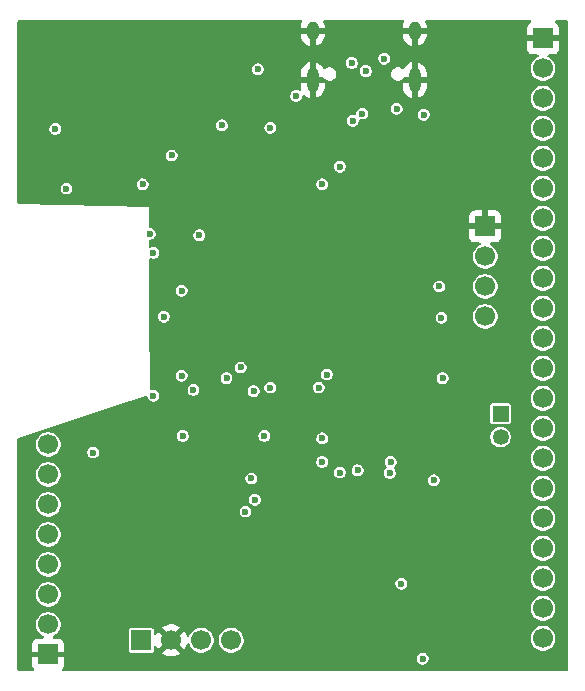
<source format=gbr>
%TF.GenerationSoftware,KiCad,Pcbnew,9.0.1*%
%TF.CreationDate,2025-05-18T16:35:05-05:00*%
%TF.ProjectId,OM-60-Rigid-PCB,4f4d2d36-302d-4526-9967-69642d504342,rev?*%
%TF.SameCoordinates,Original*%
%TF.FileFunction,Copper,L2,Inr*%
%TF.FilePolarity,Positive*%
%FSLAX46Y46*%
G04 Gerber Fmt 4.6, Leading zero omitted, Abs format (unit mm)*
G04 Created by KiCad (PCBNEW 9.0.1) date 2025-05-18 16:35:05*
%MOMM*%
%LPD*%
G01*
G04 APERTURE LIST*
%TA.AperFunction,ComponentPad*%
%ADD10R,1.700000X1.700000*%
%TD*%
%TA.AperFunction,ComponentPad*%
%ADD11C,1.700000*%
%TD*%
%TA.AperFunction,ComponentPad*%
%ADD12R,1.350000X1.350000*%
%TD*%
%TA.AperFunction,ComponentPad*%
%ADD13C,1.350000*%
%TD*%
%TA.AperFunction,HeatsinkPad*%
%ADD14O,1.000000X2.100000*%
%TD*%
%TA.AperFunction,HeatsinkPad*%
%ADD15O,1.000000X1.600000*%
%TD*%
%TA.AperFunction,ViaPad*%
%ADD16C,0.600000*%
%TD*%
G04 APERTURE END LIST*
D10*
%TO.N,GND*%
%TO.C,J1*%
X116300000Y-114000000D03*
D11*
%TO.N,+3V3*%
X116300000Y-111460000D03*
%TO.N,SPI_SCK*%
X116300000Y-108920000D03*
%TO.N,SPI_MOSI*%
X116300000Y-106380000D03*
%TO.N,SPI_MISO*%
X116300000Y-103840000D03*
%TO.N,GP33*%
X116300000Y-101300000D03*
%TO.N,CS*%
X116300000Y-98760000D03*
%TO.N,Net-(J1-Pin_8)*%
X116300000Y-96220000D03*
%TD*%
D10*
%TO.N,+3V3*%
%TO.C,GYRO1*%
X124180000Y-112800000D03*
D11*
%TO.N,GND*%
X126720000Y-112800000D03*
%TO.N,SCL*%
X129260000Y-112800000D03*
%TO.N,SDA*%
X131800000Y-112800000D03*
%TD*%
D12*
%TO.N,Batt+*%
%TO.C,J5*%
X154600000Y-93600000D03*
D13*
%TO.N,MotorGND*%
X154600000Y-95600000D03*
%TD*%
D14*
%TO.N,GND*%
%TO.C,J4*%
X147340000Y-65380000D03*
D15*
X147340000Y-61200000D03*
D14*
X138700000Y-65380000D03*
D15*
X138700000Y-61200000D03*
%TD*%
D10*
%TO.N,GND*%
%TO.C,J3*%
X158200000Y-61840000D03*
D11*
%TO.N,+3V3*%
X158200000Y-64380000D03*
%TO.N,COL_0*%
X158200000Y-66920000D03*
%TO.N,COL_1*%
X158200000Y-69460000D03*
%TO.N,COL_2*%
X158200000Y-72000000D03*
%TO.N,COL_3*%
X158200000Y-74540000D03*
%TO.N,COL_4*%
X158200000Y-77080000D03*
%TO.N,COL_5*%
X158200000Y-79620000D03*
%TO.N,COL_6*%
X158200000Y-82160000D03*
%TO.N,COL_7*%
X158200000Y-84700000D03*
%TO.N,COL_8*%
X158200000Y-87240000D03*
%TO.N,COL_9*%
X158200000Y-89780000D03*
%TO.N,COL_10*%
X158200000Y-92320000D03*
%TO.N,COL_11*%
X158200000Y-94860000D03*
%TO.N,COL_12*%
X158200000Y-97400000D03*
%TO.N,COL_13*%
X158200000Y-99940000D03*
%TO.N,COL_14*%
X158200000Y-102480000D03*
%TO.N,ROW_0*%
X158200000Y-105020000D03*
%TO.N,ROW_1*%
X158200000Y-107560000D03*
%TO.N,ROW_2*%
X158200000Y-110100000D03*
%TO.N,ROW_3*%
X158200000Y-112640000D03*
%TD*%
D10*
%TO.N,GND*%
%TO.C,SCRN1*%
X153300000Y-77760000D03*
D11*
%TO.N,+3V3*%
X153300000Y-80300000D03*
%TO.N,SCL*%
X153300000Y-82840000D03*
%TO.N,SDA*%
X153300000Y-85380000D03*
%TD*%
D16*
%TO.N,+3V3*%
X135100000Y-91400000D03*
%TO.N,GND*%
X149200000Y-61200000D03*
X153270000Y-70070000D03*
%TO.N,GP33*%
X142100000Y-68800000D03*
%TO.N,GND*%
X149600000Y-73600000D03*
%TO.N,SDA*%
X142500000Y-98400000D03*
X145224971Y-98624971D03*
%TO.N,SPI_MISO*%
X139500000Y-95700000D03*
X139900000Y-90300000D03*
%TO.N,GP33*%
X129100000Y-78500000D03*
X117850000Y-74550000D03*
%TO.N,SELECT*%
X116900000Y-69500000D03*
X137300000Y-66700000D03*
%TO.N,GND*%
X114024000Y-65700000D03*
%TO.N,SCL*%
X149400000Y-82840000D03*
%TO.N,SDA*%
X149600000Y-85500000D03*
%TO.N,GND*%
X134600000Y-78200000D03*
%TO.N,EN*%
X127600000Y-83200000D03*
X148100000Y-68300000D03*
%TO.N,GND*%
X129500000Y-60700000D03*
%TO.N,LDO_EN*%
X131000000Y-69200000D03*
X120100000Y-96900000D03*
%TO.N,GND*%
X127300000Y-102050000D03*
%TO.N,ADC_BAT*%
X139200000Y-91400000D03*
X134600000Y-95500000D03*
%TO.N,EN*%
X126100000Y-85400000D03*
%TO.N,+3V3*%
X125200000Y-92100000D03*
%TO.N,GND*%
X126977100Y-97600000D03*
%TO.N,+3V3*%
X133000000Y-101900000D03*
%TO.N,D+*%
X141000000Y-98600000D03*
%TO.N,D-*%
X139500000Y-97702000D03*
%TO.N,D+*%
X143200000Y-64600000D03*
%TO.N,D-*%
X142900000Y-68200000D03*
%TO.N,GND*%
X121600000Y-71500000D03*
X129300000Y-71800000D03*
X134342500Y-71842500D03*
%TO.N,Net-(MAX1-In)*%
X135100000Y-69400000D03*
X141000000Y-72700000D03*
%TO.N,VBAT*%
X124300000Y-74200000D03*
X139500000Y-74200000D03*
X148000000Y-114349000D03*
X133800000Y-100900000D03*
%TO.N,GND*%
X138000000Y-103300000D03*
X145787500Y-103512500D03*
%TO.N,VBUS*%
X133500000Y-99100000D03*
X146200000Y-108000000D03*
X126750000Y-71750000D03*
X134050000Y-64450000D03*
X145800000Y-67800000D03*
X142020000Y-63920000D03*
X144750000Y-63550000D03*
%TO.N,Batt+*%
X148950000Y-99250000D03*
%TO.N,GND*%
X131340000Y-83800000D03*
%TO.N,ROW_1*%
X125200000Y-80000000D03*
%TO.N,ROW_0*%
X124890000Y-78390000D03*
%TO.N,ROW_2*%
X145300000Y-97700000D03*
%TO.N,ROW_3*%
X127700000Y-95500000D03*
%TO.N,+3V3*%
X149700000Y-90600000D03*
%TO.N,GP16_E*%
X133700000Y-91700000D03*
%TO.N,S2*%
X131400000Y-90600000D03*
%TO.N,S3*%
X132600000Y-89700000D03*
%TO.N,S1*%
X127600000Y-90400000D03*
%TO.N,S0*%
X128600000Y-91600000D03*
%TO.N,GND*%
X142500000Y-71350000D03*
X153750000Y-112100000D03*
X153750000Y-108900000D03*
X153750000Y-105700000D03*
%TD*%
%TA.AperFunction,Conductor*%
%TO.N,GND*%
G36*
X137747388Y-60320185D02*
G01*
X137793143Y-60372989D01*
X137803087Y-60442147D01*
X137794910Y-60471952D01*
X137738430Y-60608306D01*
X137738427Y-60608318D01*
X137700000Y-60801504D01*
X137700000Y-60950000D01*
X138400000Y-60950000D01*
X138400000Y-61450000D01*
X137700000Y-61450000D01*
X137700000Y-61598495D01*
X137738427Y-61791681D01*
X137738430Y-61791693D01*
X137813807Y-61973671D01*
X137813814Y-61973684D01*
X137923248Y-62137462D01*
X137923251Y-62137466D01*
X138062533Y-62276748D01*
X138062537Y-62276751D01*
X138226315Y-62386185D01*
X138226328Y-62386192D01*
X138408308Y-62461569D01*
X138450000Y-62469862D01*
X138450000Y-61666988D01*
X138459940Y-61684205D01*
X138515795Y-61740060D01*
X138584204Y-61779556D01*
X138660504Y-61800000D01*
X138739496Y-61800000D01*
X138815796Y-61779556D01*
X138884205Y-61740060D01*
X138940060Y-61684205D01*
X138950000Y-61666988D01*
X138950000Y-62469862D01*
X138991690Y-62461569D01*
X138991692Y-62461569D01*
X139173671Y-62386192D01*
X139173684Y-62386185D01*
X139337462Y-62276751D01*
X139337466Y-62276748D01*
X139476748Y-62137466D01*
X139476751Y-62137462D01*
X139586185Y-61973684D01*
X139586192Y-61973671D01*
X139661569Y-61791693D01*
X139661572Y-61791681D01*
X139699999Y-61598495D01*
X139700000Y-61598492D01*
X139700000Y-61450000D01*
X139000000Y-61450000D01*
X139000000Y-60950000D01*
X139700000Y-60950000D01*
X139700000Y-60801508D01*
X139699999Y-60801504D01*
X139661572Y-60608318D01*
X139661569Y-60608306D01*
X139605090Y-60471952D01*
X139597621Y-60402483D01*
X139628896Y-60340004D01*
X139688985Y-60304352D01*
X139719651Y-60300500D01*
X146320349Y-60300500D01*
X146387388Y-60320185D01*
X146433143Y-60372989D01*
X146443087Y-60442147D01*
X146434910Y-60471952D01*
X146378430Y-60608306D01*
X146378427Y-60608318D01*
X146340000Y-60801504D01*
X146340000Y-60950000D01*
X147040000Y-60950000D01*
X147040000Y-61450000D01*
X146340000Y-61450000D01*
X146340000Y-61598495D01*
X146378427Y-61791681D01*
X146378430Y-61791693D01*
X146453807Y-61973671D01*
X146453814Y-61973684D01*
X146563248Y-62137462D01*
X146563251Y-62137466D01*
X146702533Y-62276748D01*
X146702537Y-62276751D01*
X146866315Y-62386185D01*
X146866328Y-62386192D01*
X147048308Y-62461569D01*
X147090000Y-62469862D01*
X147090000Y-61666988D01*
X147099940Y-61684205D01*
X147155795Y-61740060D01*
X147224204Y-61779556D01*
X147300504Y-61800000D01*
X147379496Y-61800000D01*
X147455796Y-61779556D01*
X147524205Y-61740060D01*
X147580060Y-61684205D01*
X147590000Y-61666988D01*
X147590000Y-62469862D01*
X147631690Y-62461569D01*
X147631692Y-62461569D01*
X147813671Y-62386192D01*
X147813684Y-62386185D01*
X147977462Y-62276751D01*
X147977466Y-62276748D01*
X148116748Y-62137466D01*
X148116751Y-62137462D01*
X148226186Y-61973682D01*
X148226192Y-61973671D01*
X148301569Y-61791693D01*
X148301572Y-61791681D01*
X148339999Y-61598495D01*
X148340000Y-61598492D01*
X148340000Y-61450000D01*
X147640000Y-61450000D01*
X147640000Y-60950000D01*
X148340000Y-60950000D01*
X148340000Y-60801508D01*
X148339999Y-60801504D01*
X148301572Y-60608318D01*
X148301569Y-60608306D01*
X148245090Y-60471952D01*
X148237621Y-60402483D01*
X148268896Y-60340004D01*
X148328985Y-60304352D01*
X148359651Y-60300500D01*
X157080570Y-60300500D01*
X157147609Y-60320185D01*
X157193364Y-60372989D01*
X157203308Y-60442147D01*
X157174283Y-60505703D01*
X157123903Y-60540682D01*
X157107913Y-60546645D01*
X157107906Y-60546649D01*
X156992812Y-60632809D01*
X156992809Y-60632812D01*
X156906649Y-60747906D01*
X156906645Y-60747913D01*
X156856403Y-60882620D01*
X156856401Y-60882627D01*
X156850000Y-60942155D01*
X156850000Y-61590000D01*
X157766988Y-61590000D01*
X157734075Y-61647007D01*
X157700000Y-61774174D01*
X157700000Y-61905826D01*
X157734075Y-62032993D01*
X157766988Y-62090000D01*
X156850000Y-62090000D01*
X156850000Y-62737844D01*
X156856401Y-62797372D01*
X156856403Y-62797379D01*
X156906645Y-62932086D01*
X156906649Y-62932093D01*
X156992809Y-63047187D01*
X156992812Y-63047190D01*
X157107906Y-63133350D01*
X157107913Y-63133354D01*
X157242620Y-63183596D01*
X157242627Y-63183598D01*
X157302155Y-63189999D01*
X157302172Y-63190000D01*
X157704435Y-63190000D01*
X157771474Y-63209685D01*
X157817229Y-63262489D01*
X157827173Y-63331647D01*
X157798148Y-63395203D01*
X157751888Y-63428561D01*
X157702403Y-63449058D01*
X157530342Y-63564024D01*
X157384024Y-63710342D01*
X157269058Y-63882403D01*
X157189870Y-64073579D01*
X157189868Y-64073587D01*
X157149500Y-64276530D01*
X157149500Y-64483469D01*
X157189868Y-64686412D01*
X157189870Y-64686420D01*
X157257834Y-64850500D01*
X157269059Y-64877598D01*
X157294980Y-64916392D01*
X157384024Y-65049657D01*
X157530342Y-65195975D01*
X157530345Y-65195977D01*
X157702402Y-65310941D01*
X157893580Y-65390130D01*
X158071393Y-65425499D01*
X158096530Y-65430499D01*
X158096534Y-65430500D01*
X158096535Y-65430500D01*
X158303466Y-65430500D01*
X158303467Y-65430499D01*
X158506420Y-65390130D01*
X158697598Y-65310941D01*
X158869655Y-65195977D01*
X159015977Y-65049655D01*
X159130941Y-64877598D01*
X159210130Y-64686420D01*
X159250500Y-64483465D01*
X159250500Y-64276535D01*
X159210130Y-64073580D01*
X159130941Y-63882402D01*
X159015977Y-63710345D01*
X159015975Y-63710342D01*
X158869657Y-63564024D01*
X158704406Y-63453608D01*
X158697598Y-63449059D01*
X158648112Y-63428561D01*
X158593709Y-63384720D01*
X158571644Y-63318426D01*
X158588923Y-63250726D01*
X158640061Y-63203116D01*
X158695565Y-63190000D01*
X159097828Y-63190000D01*
X159097844Y-63189999D01*
X159157372Y-63183598D01*
X159157379Y-63183596D01*
X159292086Y-63133354D01*
X159292093Y-63133350D01*
X159407187Y-63047190D01*
X159407190Y-63047187D01*
X159493350Y-62932093D01*
X159493354Y-62932086D01*
X159543596Y-62797379D01*
X159543598Y-62797372D01*
X159549999Y-62737844D01*
X159550000Y-62737827D01*
X159550000Y-62090000D01*
X158633012Y-62090000D01*
X158665925Y-62032993D01*
X158700000Y-61905826D01*
X158700000Y-61774174D01*
X158665925Y-61647007D01*
X158633012Y-61590000D01*
X159550000Y-61590000D01*
X159550000Y-60942172D01*
X159549999Y-60942155D01*
X159543598Y-60882627D01*
X159543596Y-60882620D01*
X159493354Y-60747913D01*
X159493350Y-60747906D01*
X159407190Y-60632812D01*
X159407187Y-60632809D01*
X159292093Y-60546649D01*
X159292086Y-60546645D01*
X159276097Y-60540682D01*
X159220163Y-60498811D01*
X159195746Y-60433347D01*
X159210597Y-60365074D01*
X159260002Y-60315668D01*
X159319430Y-60300500D01*
X160175500Y-60300500D01*
X160242539Y-60320185D01*
X160288294Y-60372989D01*
X160299500Y-60424500D01*
X160299500Y-115275500D01*
X160279815Y-115342539D01*
X160227011Y-115388294D01*
X160175500Y-115399500D01*
X117610947Y-115399500D01*
X117543908Y-115379815D01*
X117498153Y-115327011D01*
X117488209Y-115257853D01*
X117511681Y-115201189D01*
X117593350Y-115092093D01*
X117593354Y-115092086D01*
X117643596Y-114957379D01*
X117643598Y-114957372D01*
X117649999Y-114897844D01*
X117650000Y-114897827D01*
X117650000Y-114283108D01*
X147499500Y-114283108D01*
X147499500Y-114414891D01*
X147533608Y-114542187D01*
X147566554Y-114599250D01*
X147599500Y-114656314D01*
X147692686Y-114749500D01*
X147806814Y-114815392D01*
X147934108Y-114849500D01*
X147934110Y-114849500D01*
X148065890Y-114849500D01*
X148065892Y-114849500D01*
X148193186Y-114815392D01*
X148307314Y-114749500D01*
X148400500Y-114656314D01*
X148466392Y-114542186D01*
X148500500Y-114414892D01*
X148500500Y-114283108D01*
X148466392Y-114155814D01*
X148400500Y-114041686D01*
X148307314Y-113948500D01*
X148249756Y-113915269D01*
X148193187Y-113882608D01*
X148129539Y-113865554D01*
X148065892Y-113848500D01*
X147934108Y-113848500D01*
X147806812Y-113882608D01*
X147692686Y-113948500D01*
X147692683Y-113948502D01*
X147599502Y-114041683D01*
X147599500Y-114041686D01*
X147533608Y-114155812D01*
X147499500Y-114283108D01*
X117650000Y-114283108D01*
X117650000Y-114250000D01*
X116733012Y-114250000D01*
X116765925Y-114192993D01*
X116800000Y-114065826D01*
X116800000Y-113934174D01*
X116765925Y-113807007D01*
X116733012Y-113750000D01*
X117650000Y-113750000D01*
X117650000Y-113102172D01*
X117649999Y-113102155D01*
X117643598Y-113042627D01*
X117643596Y-113042620D01*
X117593354Y-112907913D01*
X117593350Y-112907906D01*
X117507190Y-112792812D01*
X117507187Y-112792809D01*
X117392093Y-112706649D01*
X117392086Y-112706645D01*
X117257379Y-112656403D01*
X117257372Y-112656401D01*
X117197844Y-112650000D01*
X116795565Y-112650000D01*
X116728526Y-112630315D01*
X116682771Y-112577511D01*
X116672827Y-112508353D01*
X116701852Y-112444797D01*
X116748112Y-112411439D01*
X116753608Y-112409162D01*
X116797598Y-112390941D01*
X116969655Y-112275977D01*
X117115977Y-112129655D01*
X117230941Y-111957598D01*
X117242270Y-111930249D01*
X117242271Y-111930247D01*
X123129500Y-111930247D01*
X123129500Y-113669752D01*
X123141131Y-113728229D01*
X123141132Y-113728230D01*
X123185447Y-113794552D01*
X123251769Y-113838867D01*
X123251770Y-113838868D01*
X123310247Y-113850499D01*
X123310250Y-113850500D01*
X123310252Y-113850500D01*
X125049750Y-113850500D01*
X125049751Y-113850499D01*
X125064568Y-113847552D01*
X125108229Y-113838868D01*
X125108229Y-113838867D01*
X125108231Y-113838867D01*
X125174552Y-113794552D01*
X125218867Y-113728231D01*
X125218867Y-113728229D01*
X125218868Y-113728229D01*
X125230499Y-113669752D01*
X125230500Y-113669750D01*
X125230500Y-113366048D01*
X125250185Y-113299009D01*
X125302989Y-113253254D01*
X125372147Y-113243310D01*
X125435703Y-113272335D01*
X125465938Y-113314264D01*
X125466694Y-113313879D01*
X125565375Y-113507550D01*
X125604728Y-113561716D01*
X126237037Y-112929408D01*
X126254075Y-112992993D01*
X126319901Y-113107007D01*
X126412993Y-113200099D01*
X126527007Y-113265925D01*
X126590590Y-113282962D01*
X125958282Y-113915269D01*
X125958282Y-113915270D01*
X126012449Y-113954624D01*
X126201782Y-114051095D01*
X126403870Y-114116757D01*
X126613754Y-114150000D01*
X126826246Y-114150000D01*
X127036127Y-114116757D01*
X127036130Y-114116757D01*
X127238217Y-114051095D01*
X127427554Y-113954622D01*
X127481716Y-113915270D01*
X127481717Y-113915270D01*
X126849408Y-113282962D01*
X126912993Y-113265925D01*
X127027007Y-113200099D01*
X127120099Y-113107007D01*
X127185925Y-112992993D01*
X127202962Y-112929408D01*
X127835270Y-113561717D01*
X127835270Y-113561716D01*
X127874622Y-113507554D01*
X127971095Y-113318217D01*
X128028343Y-113142026D01*
X128067780Y-113084351D01*
X128132139Y-113057152D01*
X128200985Y-113069066D01*
X128252461Y-113116310D01*
X128260833Y-113132887D01*
X128264619Y-113142026D01*
X128329058Y-113297596D01*
X128444024Y-113469657D01*
X128590342Y-113615975D01*
X128590345Y-113615977D01*
X128762402Y-113730941D01*
X128953580Y-113810130D01*
X129098052Y-113838867D01*
X129156530Y-113850499D01*
X129156534Y-113850500D01*
X129156535Y-113850500D01*
X129363466Y-113850500D01*
X129363467Y-113850499D01*
X129566420Y-113810130D01*
X129757598Y-113730941D01*
X129929655Y-113615977D01*
X130075977Y-113469655D01*
X130190941Y-113297598D01*
X130270130Y-113106420D01*
X130310500Y-112903465D01*
X130310500Y-112696535D01*
X130310499Y-112696530D01*
X130749500Y-112696530D01*
X130749500Y-112903469D01*
X130789868Y-113106412D01*
X130789870Y-113106420D01*
X130869058Y-113297596D01*
X130984024Y-113469657D01*
X131130342Y-113615975D01*
X131130345Y-113615977D01*
X131302402Y-113730941D01*
X131493580Y-113810130D01*
X131638052Y-113838867D01*
X131696530Y-113850499D01*
X131696534Y-113850500D01*
X131696535Y-113850500D01*
X131903466Y-113850500D01*
X131903467Y-113850499D01*
X132106420Y-113810130D01*
X132297598Y-113730941D01*
X132469655Y-113615977D01*
X132615977Y-113469655D01*
X132730941Y-113297598D01*
X132810130Y-113106420D01*
X132850500Y-112903465D01*
X132850500Y-112696535D01*
X132826825Y-112577511D01*
X132822275Y-112554634D01*
X132818673Y-112536530D01*
X157149500Y-112536530D01*
X157149500Y-112743469D01*
X157189868Y-112946412D01*
X157189870Y-112946420D01*
X157256144Y-113106420D01*
X157269059Y-113137598D01*
X157310821Y-113200099D01*
X157384024Y-113309657D01*
X157530342Y-113455975D01*
X157530345Y-113455977D01*
X157702402Y-113570941D01*
X157893580Y-113650130D01*
X158096530Y-113690499D01*
X158096534Y-113690500D01*
X158096535Y-113690500D01*
X158303466Y-113690500D01*
X158303467Y-113690499D01*
X158506420Y-113650130D01*
X158697598Y-113570941D01*
X158869655Y-113455977D01*
X159015977Y-113309655D01*
X159130941Y-113137598D01*
X159210130Y-112946420D01*
X159250500Y-112743465D01*
X159250500Y-112536535D01*
X159210130Y-112333580D01*
X159130941Y-112142402D01*
X159015977Y-111970345D01*
X159015975Y-111970342D01*
X158869657Y-111824024D01*
X158758123Y-111749500D01*
X158697598Y-111709059D01*
X158506420Y-111629870D01*
X158506412Y-111629868D01*
X158303469Y-111589500D01*
X158303465Y-111589500D01*
X158096535Y-111589500D01*
X158096530Y-111589500D01*
X157893587Y-111629868D01*
X157893579Y-111629870D01*
X157702403Y-111709058D01*
X157530342Y-111824024D01*
X157384024Y-111970342D01*
X157269058Y-112142403D01*
X157189870Y-112333579D01*
X157189868Y-112333587D01*
X157149500Y-112536530D01*
X132818673Y-112536530D01*
X132814564Y-112515874D01*
X132810130Y-112493580D01*
X132730941Y-112302402D01*
X132615977Y-112130345D01*
X132615975Y-112130342D01*
X132469657Y-111984024D01*
X132383626Y-111926541D01*
X132297598Y-111869059D01*
X132106420Y-111789870D01*
X132106412Y-111789868D01*
X131903469Y-111749500D01*
X131903465Y-111749500D01*
X131696535Y-111749500D01*
X131696530Y-111749500D01*
X131493587Y-111789868D01*
X131493579Y-111789870D01*
X131302403Y-111869058D01*
X131130342Y-111984024D01*
X130984024Y-112130342D01*
X130869058Y-112302403D01*
X130789870Y-112493579D01*
X130789868Y-112493587D01*
X130749500Y-112696530D01*
X130310499Y-112696530D01*
X130270130Y-112493580D01*
X130190941Y-112302402D01*
X130075977Y-112130345D01*
X130075975Y-112130342D01*
X129929657Y-111984024D01*
X129843626Y-111926541D01*
X129757598Y-111869059D01*
X129566420Y-111789870D01*
X129566412Y-111789868D01*
X129363469Y-111749500D01*
X129363465Y-111749500D01*
X129156535Y-111749500D01*
X129156530Y-111749500D01*
X128953587Y-111789868D01*
X128953579Y-111789870D01*
X128762403Y-111869058D01*
X128590342Y-111984024D01*
X128444024Y-112130342D01*
X128329057Y-112302403D01*
X128260835Y-112467108D01*
X128216994Y-112521511D01*
X128150700Y-112543576D01*
X128083000Y-112526297D01*
X128035390Y-112475159D01*
X128028343Y-112457973D01*
X127971095Y-112281782D01*
X127874624Y-112092449D01*
X127835270Y-112038282D01*
X127835269Y-112038282D01*
X127202962Y-112670590D01*
X127185925Y-112607007D01*
X127120099Y-112492993D01*
X127027007Y-112399901D01*
X126912993Y-112334075D01*
X126849409Y-112317037D01*
X127481716Y-111684728D01*
X127427550Y-111645375D01*
X127238217Y-111548904D01*
X127036129Y-111483242D01*
X126826246Y-111450000D01*
X126613754Y-111450000D01*
X126403872Y-111483242D01*
X126403869Y-111483242D01*
X126201782Y-111548904D01*
X126012439Y-111645380D01*
X125958282Y-111684727D01*
X125958282Y-111684728D01*
X126590591Y-112317037D01*
X126527007Y-112334075D01*
X126412993Y-112399901D01*
X126319901Y-112492993D01*
X126254075Y-112607007D01*
X126237037Y-112670591D01*
X125604728Y-112038282D01*
X125604727Y-112038282D01*
X125565380Y-112092439D01*
X125466694Y-112286121D01*
X125465678Y-112285603D01*
X125425212Y-112335813D01*
X125358916Y-112357872D01*
X125291218Y-112340588D01*
X125243612Y-112289447D01*
X125230500Y-112233951D01*
X125230500Y-111930249D01*
X125230499Y-111930247D01*
X125218868Y-111871770D01*
X125218867Y-111871769D01*
X125174552Y-111805447D01*
X125108230Y-111761132D01*
X125108229Y-111761131D01*
X125049752Y-111749500D01*
X125049748Y-111749500D01*
X123310252Y-111749500D01*
X123310247Y-111749500D01*
X123251770Y-111761131D01*
X123251769Y-111761132D01*
X123185447Y-111805447D01*
X123141132Y-111871769D01*
X123141131Y-111871770D01*
X123129500Y-111930247D01*
X117242271Y-111930247D01*
X117264447Y-111876708D01*
X117264447Y-111876707D01*
X117266492Y-111871770D01*
X117310130Y-111766420D01*
X117350500Y-111563465D01*
X117350500Y-111356535D01*
X117310130Y-111153580D01*
X117230941Y-110962402D01*
X117115977Y-110790345D01*
X117115975Y-110790342D01*
X116969657Y-110644024D01*
X116883626Y-110586541D01*
X116797598Y-110529059D01*
X116606420Y-110449870D01*
X116606412Y-110449868D01*
X116403469Y-110409500D01*
X116403465Y-110409500D01*
X116196535Y-110409500D01*
X116196530Y-110409500D01*
X115993587Y-110449868D01*
X115993579Y-110449870D01*
X115802403Y-110529058D01*
X115630342Y-110644024D01*
X115484024Y-110790342D01*
X115369058Y-110962403D01*
X115289870Y-111153579D01*
X115289868Y-111153587D01*
X115249500Y-111356530D01*
X115249500Y-111563469D01*
X115289868Y-111766412D01*
X115289870Y-111766420D01*
X115357730Y-111930249D01*
X115369059Y-111957598D01*
X115386716Y-111984024D01*
X115484024Y-112129657D01*
X115630342Y-112275975D01*
X115630345Y-112275977D01*
X115802402Y-112390941D01*
X115841993Y-112407340D01*
X115851888Y-112411439D01*
X115906291Y-112455280D01*
X115928356Y-112521574D01*
X115911077Y-112589274D01*
X115859939Y-112636884D01*
X115804435Y-112650000D01*
X115402155Y-112650000D01*
X115342627Y-112656401D01*
X115342620Y-112656403D01*
X115207913Y-112706645D01*
X115207906Y-112706649D01*
X115092812Y-112792809D01*
X115092809Y-112792812D01*
X115006649Y-112907906D01*
X115006645Y-112907913D01*
X114956403Y-113042620D01*
X114956401Y-113042627D01*
X114950000Y-113102155D01*
X114950000Y-113750000D01*
X115866988Y-113750000D01*
X115834075Y-113807007D01*
X115800000Y-113934174D01*
X115800000Y-114065826D01*
X115834075Y-114192993D01*
X115866988Y-114250000D01*
X114950000Y-114250000D01*
X114950000Y-114897844D01*
X114956401Y-114957372D01*
X114956403Y-114957379D01*
X115006645Y-115092086D01*
X115006649Y-115092093D01*
X115088319Y-115201189D01*
X115112737Y-115266653D01*
X115097886Y-115334926D01*
X115048481Y-115384332D01*
X114989053Y-115399500D01*
X113824500Y-115399500D01*
X113757461Y-115379815D01*
X113711706Y-115327011D01*
X113700500Y-115275500D01*
X113700500Y-109996530D01*
X157149500Y-109996530D01*
X157149500Y-110203469D01*
X157189868Y-110406412D01*
X157189870Y-110406420D01*
X157269058Y-110597596D01*
X157384024Y-110769657D01*
X157530342Y-110915975D01*
X157530345Y-110915977D01*
X157702402Y-111030941D01*
X157893580Y-111110130D01*
X158096530Y-111150499D01*
X158096534Y-111150500D01*
X158096535Y-111150500D01*
X158303466Y-111150500D01*
X158303467Y-111150499D01*
X158506420Y-111110130D01*
X158697598Y-111030941D01*
X158869655Y-110915977D01*
X159015977Y-110769655D01*
X159130941Y-110597598D01*
X159210130Y-110406420D01*
X159250500Y-110203465D01*
X159250500Y-109996535D01*
X159210130Y-109793580D01*
X159130941Y-109602402D01*
X159015977Y-109430345D01*
X159015975Y-109430342D01*
X158869657Y-109284024D01*
X158783433Y-109226412D01*
X158697598Y-109169059D01*
X158506420Y-109089870D01*
X158506412Y-109089868D01*
X158303469Y-109049500D01*
X158303465Y-109049500D01*
X158096535Y-109049500D01*
X158096530Y-109049500D01*
X157893587Y-109089868D01*
X157893579Y-109089870D01*
X157702403Y-109169058D01*
X157530342Y-109284024D01*
X157384024Y-109430342D01*
X157269058Y-109602403D01*
X157189870Y-109793579D01*
X157189868Y-109793587D01*
X157149500Y-109996530D01*
X113700500Y-109996530D01*
X113700500Y-108816530D01*
X115249500Y-108816530D01*
X115249500Y-109023469D01*
X115289868Y-109226412D01*
X115289870Y-109226420D01*
X115369058Y-109417596D01*
X115484024Y-109589657D01*
X115630342Y-109735975D01*
X115630345Y-109735977D01*
X115802402Y-109850941D01*
X115993580Y-109930130D01*
X116196530Y-109970499D01*
X116196534Y-109970500D01*
X116196535Y-109970500D01*
X116403466Y-109970500D01*
X116403467Y-109970499D01*
X116606420Y-109930130D01*
X116713598Y-109885734D01*
X116737386Y-109875882D01*
X116797596Y-109850942D01*
X116797596Y-109850941D01*
X116797598Y-109850941D01*
X116969655Y-109735977D01*
X117115977Y-109589655D01*
X117230941Y-109417598D01*
X117310130Y-109226420D01*
X117350500Y-109023465D01*
X117350500Y-108816535D01*
X117310130Y-108613580D01*
X117230941Y-108422402D01*
X117115977Y-108250345D01*
X117115975Y-108250342D01*
X116969658Y-108104025D01*
X116969650Y-108104019D01*
X116857574Y-108029132D01*
X116857500Y-108029084D01*
X116797598Y-107989059D01*
X116664935Y-107934108D01*
X145699500Y-107934108D01*
X145699500Y-108065891D01*
X145733608Y-108193187D01*
X145766554Y-108250250D01*
X145799500Y-108307314D01*
X145892686Y-108400500D01*
X146006814Y-108466392D01*
X146134108Y-108500500D01*
X146134110Y-108500500D01*
X146265890Y-108500500D01*
X146265892Y-108500500D01*
X146393186Y-108466392D01*
X146507314Y-108400500D01*
X146600500Y-108307314D01*
X146666392Y-108193186D01*
X146700500Y-108065892D01*
X146700500Y-107934108D01*
X146666392Y-107806814D01*
X146600500Y-107692686D01*
X146507314Y-107599500D01*
X146418965Y-107548491D01*
X146393187Y-107533608D01*
X146329539Y-107516554D01*
X146265892Y-107499500D01*
X146134108Y-107499500D01*
X146006812Y-107533608D01*
X145892686Y-107599500D01*
X145892683Y-107599502D01*
X145799502Y-107692683D01*
X145799500Y-107692686D01*
X145733608Y-107806812D01*
X145699500Y-107934108D01*
X116664935Y-107934108D01*
X116606420Y-107909870D01*
X116606412Y-107909868D01*
X116403469Y-107869500D01*
X116403465Y-107869500D01*
X116196535Y-107869500D01*
X116196530Y-107869500D01*
X115993587Y-107909868D01*
X115993579Y-107909870D01*
X115802403Y-107989058D01*
X115630342Y-108104024D01*
X115484024Y-108250342D01*
X115369058Y-108422403D01*
X115289870Y-108613579D01*
X115289868Y-108613587D01*
X115249500Y-108816530D01*
X113700500Y-108816530D01*
X113700500Y-107456530D01*
X157149500Y-107456530D01*
X157149500Y-107663469D01*
X157189868Y-107866412D01*
X157189870Y-107866420D01*
X157269059Y-108057598D01*
X157274600Y-108065891D01*
X157384024Y-108229657D01*
X157530342Y-108375975D01*
X157530345Y-108375977D01*
X157702402Y-108490941D01*
X157893580Y-108570130D01*
X158096530Y-108610499D01*
X158096534Y-108610500D01*
X158096535Y-108610500D01*
X158303466Y-108610500D01*
X158303467Y-108610499D01*
X158506420Y-108570130D01*
X158697598Y-108490941D01*
X158869655Y-108375977D01*
X159015977Y-108229655D01*
X159130941Y-108057598D01*
X159210130Y-107866420D01*
X159250500Y-107663465D01*
X159250500Y-107456535D01*
X159210130Y-107253580D01*
X159130941Y-107062402D01*
X159015977Y-106890345D01*
X159015975Y-106890342D01*
X158869657Y-106744024D01*
X158783433Y-106686412D01*
X158697598Y-106629059D01*
X158506420Y-106549870D01*
X158506412Y-106549868D01*
X158303469Y-106509500D01*
X158303465Y-106509500D01*
X158096535Y-106509500D01*
X158096530Y-106509500D01*
X157893587Y-106549868D01*
X157893579Y-106549870D01*
X157702403Y-106629058D01*
X157530342Y-106744024D01*
X157384024Y-106890342D01*
X157269058Y-107062403D01*
X157189870Y-107253579D01*
X157189868Y-107253587D01*
X157149500Y-107456530D01*
X113700500Y-107456530D01*
X113700500Y-106276530D01*
X115249500Y-106276530D01*
X115249500Y-106483469D01*
X115289868Y-106686412D01*
X115289870Y-106686420D01*
X115369058Y-106877596D01*
X115484024Y-107049657D01*
X115630342Y-107195975D01*
X115630345Y-107195977D01*
X115802402Y-107310941D01*
X115993580Y-107390130D01*
X116196530Y-107430499D01*
X116196534Y-107430500D01*
X116196535Y-107430500D01*
X116403466Y-107430500D01*
X116403467Y-107430499D01*
X116606420Y-107390130D01*
X116797598Y-107310941D01*
X116969655Y-107195977D01*
X117115977Y-107049655D01*
X117230941Y-106877598D01*
X117310130Y-106686420D01*
X117350500Y-106483465D01*
X117350500Y-106276535D01*
X117310130Y-106073580D01*
X117230941Y-105882402D01*
X117115977Y-105710345D01*
X117115975Y-105710342D01*
X116969657Y-105564024D01*
X116883626Y-105506541D01*
X116797598Y-105449059D01*
X116606420Y-105369870D01*
X116606412Y-105369868D01*
X116403469Y-105329500D01*
X116403465Y-105329500D01*
X116196535Y-105329500D01*
X116196530Y-105329500D01*
X115993587Y-105369868D01*
X115993579Y-105369870D01*
X115802403Y-105449058D01*
X115630342Y-105564024D01*
X115484024Y-105710342D01*
X115369058Y-105882403D01*
X115289870Y-106073579D01*
X115289868Y-106073587D01*
X115249500Y-106276530D01*
X113700500Y-106276530D01*
X113700500Y-104916530D01*
X157149500Y-104916530D01*
X157149500Y-105123469D01*
X157189868Y-105326412D01*
X157189870Y-105326420D01*
X157269058Y-105517596D01*
X157384024Y-105689657D01*
X157530342Y-105835975D01*
X157530345Y-105835977D01*
X157702402Y-105950941D01*
X157893580Y-106030130D01*
X158096530Y-106070499D01*
X158096534Y-106070500D01*
X158096535Y-106070500D01*
X158303466Y-106070500D01*
X158303467Y-106070499D01*
X158506420Y-106030130D01*
X158697598Y-105950941D01*
X158869655Y-105835977D01*
X159015977Y-105689655D01*
X159130941Y-105517598D01*
X159210130Y-105326420D01*
X159250500Y-105123465D01*
X159250500Y-104916535D01*
X159210130Y-104713580D01*
X159130941Y-104522402D01*
X159015977Y-104350345D01*
X159015975Y-104350342D01*
X158869657Y-104204024D01*
X158783433Y-104146412D01*
X158697598Y-104089059D01*
X158506420Y-104009870D01*
X158506412Y-104009868D01*
X158303469Y-103969500D01*
X158303465Y-103969500D01*
X158096535Y-103969500D01*
X158096530Y-103969500D01*
X157893587Y-104009868D01*
X157893579Y-104009870D01*
X157702403Y-104089058D01*
X157530342Y-104204024D01*
X157384024Y-104350342D01*
X157269058Y-104522403D01*
X157189870Y-104713579D01*
X157189868Y-104713587D01*
X157149500Y-104916530D01*
X113700500Y-104916530D01*
X113700500Y-103736530D01*
X115249500Y-103736530D01*
X115249500Y-103943469D01*
X115289868Y-104146412D01*
X115289870Y-104146420D01*
X115369058Y-104337596D01*
X115484024Y-104509657D01*
X115630342Y-104655975D01*
X115630345Y-104655977D01*
X115802402Y-104770941D01*
X115993580Y-104850130D01*
X116196530Y-104890499D01*
X116196534Y-104890500D01*
X116196535Y-104890500D01*
X116403466Y-104890500D01*
X116403467Y-104890499D01*
X116606420Y-104850130D01*
X116713598Y-104805734D01*
X116737386Y-104795882D01*
X116797596Y-104770942D01*
X116797596Y-104770941D01*
X116797598Y-104770941D01*
X116969655Y-104655977D01*
X117115977Y-104509655D01*
X117230941Y-104337598D01*
X117310130Y-104146420D01*
X117350500Y-103943465D01*
X117350500Y-103736535D01*
X117310130Y-103533580D01*
X117230941Y-103342402D01*
X117115977Y-103170345D01*
X117115975Y-103170342D01*
X116969657Y-103024024D01*
X116883626Y-102966541D01*
X116797598Y-102909059D01*
X116606420Y-102829870D01*
X116606412Y-102829868D01*
X116403469Y-102789500D01*
X116403465Y-102789500D01*
X116196535Y-102789500D01*
X116196530Y-102789500D01*
X115993587Y-102829868D01*
X115993579Y-102829870D01*
X115802403Y-102909058D01*
X115630342Y-103024024D01*
X115484024Y-103170342D01*
X115369058Y-103342403D01*
X115289870Y-103533579D01*
X115289868Y-103533587D01*
X115249500Y-103736530D01*
X113700500Y-103736530D01*
X113700500Y-101196530D01*
X115249500Y-101196530D01*
X115249500Y-101403469D01*
X115289868Y-101606412D01*
X115289870Y-101606420D01*
X115313730Y-101664024D01*
X115369059Y-101797598D01*
X115426541Y-101883626D01*
X115484024Y-101969657D01*
X115630342Y-102115975D01*
X115630345Y-102115977D01*
X115802402Y-102230941D01*
X115993580Y-102310130D01*
X116196530Y-102350499D01*
X116196534Y-102350500D01*
X116196535Y-102350500D01*
X116403466Y-102350500D01*
X116403467Y-102350499D01*
X116606420Y-102310130D01*
X116797598Y-102230941D01*
X116969655Y-102115977D01*
X117115977Y-101969655D01*
X117206546Y-101834108D01*
X132499500Y-101834108D01*
X132499500Y-101965892D01*
X132500509Y-101969657D01*
X132533608Y-102093187D01*
X132546765Y-102115975D01*
X132599500Y-102207314D01*
X132692686Y-102300500D01*
X132806814Y-102366392D01*
X132934108Y-102400500D01*
X132934110Y-102400500D01*
X133065890Y-102400500D01*
X133065892Y-102400500D01*
X133155350Y-102376530D01*
X157149500Y-102376530D01*
X157149500Y-102583469D01*
X157189868Y-102786412D01*
X157189870Y-102786420D01*
X157269058Y-102977596D01*
X157384024Y-103149657D01*
X157530342Y-103295975D01*
X157530345Y-103295977D01*
X157702402Y-103410941D01*
X157893580Y-103490130D01*
X158096530Y-103530499D01*
X158096534Y-103530500D01*
X158096535Y-103530500D01*
X158303466Y-103530500D01*
X158303467Y-103530499D01*
X158506420Y-103490130D01*
X158697598Y-103410941D01*
X158869655Y-103295977D01*
X159015977Y-103149655D01*
X159130941Y-102977598D01*
X159210130Y-102786420D01*
X159250500Y-102583465D01*
X159250500Y-102376535D01*
X159210130Y-102173580D01*
X159130941Y-101982402D01*
X159015977Y-101810345D01*
X159015975Y-101810342D01*
X158869657Y-101664024D01*
X158762886Y-101592683D01*
X158697598Y-101549059D01*
X158506420Y-101469870D01*
X158506412Y-101469868D01*
X158303469Y-101429500D01*
X158303465Y-101429500D01*
X158096535Y-101429500D01*
X158096530Y-101429500D01*
X157893587Y-101469868D01*
X157893579Y-101469870D01*
X157702403Y-101549058D01*
X157530342Y-101664024D01*
X157384024Y-101810342D01*
X157269058Y-101982403D01*
X157189870Y-102173579D01*
X157189868Y-102173587D01*
X157149500Y-102376530D01*
X133155350Y-102376530D01*
X133193186Y-102366392D01*
X133307314Y-102300500D01*
X133400500Y-102207314D01*
X133466392Y-102093186D01*
X133500500Y-101965892D01*
X133500500Y-101834108D01*
X133466392Y-101706814D01*
X133400500Y-101592686D01*
X133307314Y-101499500D01*
X133250250Y-101466554D01*
X133193187Y-101433608D01*
X133129539Y-101416554D01*
X133065892Y-101399500D01*
X132934108Y-101399500D01*
X132806812Y-101433608D01*
X132692686Y-101499500D01*
X132692683Y-101499502D01*
X132599502Y-101592683D01*
X132599500Y-101592686D01*
X132533608Y-101706812D01*
X132514392Y-101778528D01*
X132499500Y-101834108D01*
X117206546Y-101834108D01*
X117230941Y-101797598D01*
X117310130Y-101606420D01*
X117350500Y-101403465D01*
X117350500Y-101196535D01*
X117310130Y-100993580D01*
X117244074Y-100834108D01*
X133299500Y-100834108D01*
X133299500Y-100965892D01*
X133306094Y-100990500D01*
X133333608Y-101093187D01*
X133366554Y-101150250D01*
X133399500Y-101207314D01*
X133492686Y-101300500D01*
X133606814Y-101366392D01*
X133734108Y-101400500D01*
X133734110Y-101400500D01*
X133865890Y-101400500D01*
X133865892Y-101400500D01*
X133993186Y-101366392D01*
X134107314Y-101300500D01*
X134200500Y-101207314D01*
X134266392Y-101093186D01*
X134300500Y-100965892D01*
X134300500Y-100834108D01*
X134266392Y-100706814D01*
X134200500Y-100592686D01*
X134107314Y-100499500D01*
X134050250Y-100466554D01*
X133993187Y-100433608D01*
X133929539Y-100416554D01*
X133865892Y-100399500D01*
X133734108Y-100399500D01*
X133606812Y-100433608D01*
X133492686Y-100499500D01*
X133492683Y-100499502D01*
X133399502Y-100592683D01*
X133399500Y-100592686D01*
X133333608Y-100706812D01*
X133307995Y-100802403D01*
X133299500Y-100834108D01*
X117244074Y-100834108D01*
X117230941Y-100802402D01*
X117115977Y-100630345D01*
X117115975Y-100630342D01*
X116969657Y-100484024D01*
X116843156Y-100399500D01*
X116797598Y-100369059D01*
X116606420Y-100289870D01*
X116606412Y-100289868D01*
X116403469Y-100249500D01*
X116403465Y-100249500D01*
X116196535Y-100249500D01*
X116196530Y-100249500D01*
X115993587Y-100289868D01*
X115993579Y-100289870D01*
X115802403Y-100369058D01*
X115630342Y-100484024D01*
X115484024Y-100630342D01*
X115369058Y-100802403D01*
X115289870Y-100993579D01*
X115289868Y-100993587D01*
X115249500Y-101196530D01*
X113700500Y-101196530D01*
X113700500Y-99836530D01*
X157149500Y-99836530D01*
X157149500Y-100043469D01*
X157189868Y-100246412D01*
X157189870Y-100246420D01*
X157269058Y-100437596D01*
X157384024Y-100609657D01*
X157530342Y-100755975D01*
X157530345Y-100755977D01*
X157702402Y-100870941D01*
X157893580Y-100950130D01*
X158096530Y-100990499D01*
X158096534Y-100990500D01*
X158096535Y-100990500D01*
X158303466Y-100990500D01*
X158303467Y-100990499D01*
X158506420Y-100950130D01*
X158697598Y-100870941D01*
X158869655Y-100755977D01*
X159015977Y-100609655D01*
X159130941Y-100437598D01*
X159210130Y-100246420D01*
X159250500Y-100043465D01*
X159250500Y-99836535D01*
X159210130Y-99633580D01*
X159130941Y-99442402D01*
X159015977Y-99270345D01*
X159015975Y-99270342D01*
X158869657Y-99124024D01*
X158769066Y-99056812D01*
X158697598Y-99009059D01*
X158680049Y-99001790D01*
X158506420Y-98929870D01*
X158506412Y-98929868D01*
X158303469Y-98889500D01*
X158303465Y-98889500D01*
X158096535Y-98889500D01*
X158096530Y-98889500D01*
X157893587Y-98929868D01*
X157893579Y-98929870D01*
X157702403Y-99009058D01*
X157530342Y-99124024D01*
X157384024Y-99270342D01*
X157269058Y-99442403D01*
X157189870Y-99633579D01*
X157189868Y-99633587D01*
X157149500Y-99836530D01*
X113700500Y-99836530D01*
X113700500Y-98656530D01*
X115249500Y-98656530D01*
X115249500Y-98863469D01*
X115289868Y-99066412D01*
X115289870Y-99066420D01*
X115369058Y-99257596D01*
X115484024Y-99429657D01*
X115630342Y-99575975D01*
X115630345Y-99575977D01*
X115802402Y-99690941D01*
X115993580Y-99770130D01*
X116196530Y-99810499D01*
X116196534Y-99810500D01*
X116196535Y-99810500D01*
X116403466Y-99810500D01*
X116403467Y-99810499D01*
X116606420Y-99770130D01*
X116797598Y-99690941D01*
X116969655Y-99575977D01*
X117115977Y-99429655D01*
X117230941Y-99257598D01*
X117310130Y-99066420D01*
X117316558Y-99034108D01*
X132999500Y-99034108D01*
X132999500Y-99165892D01*
X133016554Y-99229539D01*
X133033608Y-99293187D01*
X133046717Y-99315892D01*
X133099500Y-99407314D01*
X133192686Y-99500500D01*
X133306814Y-99566392D01*
X133434108Y-99600500D01*
X133434110Y-99600500D01*
X133565890Y-99600500D01*
X133565892Y-99600500D01*
X133693186Y-99566392D01*
X133807314Y-99500500D01*
X133900500Y-99407314D01*
X133966392Y-99293186D01*
X133995619Y-99184108D01*
X148449500Y-99184108D01*
X148449500Y-99315891D01*
X148483608Y-99443187D01*
X148516554Y-99500250D01*
X148549500Y-99557314D01*
X148642686Y-99650500D01*
X148756814Y-99716392D01*
X148884108Y-99750500D01*
X148884110Y-99750500D01*
X149015890Y-99750500D01*
X149015892Y-99750500D01*
X149143186Y-99716392D01*
X149257314Y-99650500D01*
X149350500Y-99557314D01*
X149416392Y-99443186D01*
X149450500Y-99315892D01*
X149450500Y-99184108D01*
X149416392Y-99056814D01*
X149350500Y-98942686D01*
X149257314Y-98849500D01*
X149172439Y-98800497D01*
X149143187Y-98783608D01*
X149079539Y-98766554D01*
X149015892Y-98749500D01*
X148884108Y-98749500D01*
X148756812Y-98783608D01*
X148642686Y-98849500D01*
X148642683Y-98849502D01*
X148549502Y-98942683D01*
X148549500Y-98942686D01*
X148483608Y-99056812D01*
X148449500Y-99184108D01*
X133995619Y-99184108D01*
X134000500Y-99165892D01*
X134000500Y-99034108D01*
X133966392Y-98906814D01*
X133900500Y-98792686D01*
X133807314Y-98699500D01*
X133693186Y-98633608D01*
X133565892Y-98599500D01*
X133434108Y-98599500D01*
X133306812Y-98633608D01*
X133192686Y-98699500D01*
X133192683Y-98699502D01*
X133099502Y-98792683D01*
X133099500Y-98792686D01*
X133033608Y-98906812D01*
X133001814Y-99025471D01*
X132999500Y-99034108D01*
X117316558Y-99034108D01*
X117323243Y-99000500D01*
X117343133Y-98900500D01*
X117350500Y-98863465D01*
X117350500Y-98656535D01*
X117326148Y-98534108D01*
X140499500Y-98534108D01*
X140499500Y-98665892D01*
X140516554Y-98729539D01*
X140533608Y-98793187D01*
X140566121Y-98849500D01*
X140599500Y-98907314D01*
X140692686Y-99000500D01*
X140806814Y-99066392D01*
X140934108Y-99100500D01*
X140934110Y-99100500D01*
X141065890Y-99100500D01*
X141065892Y-99100500D01*
X141193186Y-99066392D01*
X141307314Y-99000500D01*
X141400500Y-98907314D01*
X141466392Y-98793186D01*
X141500500Y-98665892D01*
X141500500Y-98534108D01*
X141466392Y-98406814D01*
X141466389Y-98406808D01*
X141455520Y-98387982D01*
X141455519Y-98387981D01*
X141424415Y-98334108D01*
X141999500Y-98334108D01*
X141999500Y-98465891D01*
X142033608Y-98593187D01*
X142037253Y-98599500D01*
X142099500Y-98707314D01*
X142192686Y-98800500D01*
X142306814Y-98866392D01*
X142434108Y-98900500D01*
X142434110Y-98900500D01*
X142565890Y-98900500D01*
X142565892Y-98900500D01*
X142693186Y-98866392D01*
X142807314Y-98800500D01*
X142900500Y-98707314D01*
X142966392Y-98593186D01*
X142975531Y-98559079D01*
X144724471Y-98559079D01*
X144724471Y-98690862D01*
X144758579Y-98818158D01*
X144791525Y-98875221D01*
X144824471Y-98932285D01*
X144917657Y-99025471D01*
X144988569Y-99066412D01*
X145031781Y-99091361D01*
X145031785Y-99091363D01*
X145159079Y-99125471D01*
X145159081Y-99125471D01*
X145290861Y-99125471D01*
X145290863Y-99125471D01*
X145418157Y-99091363D01*
X145532285Y-99025471D01*
X145625471Y-98932285D01*
X145691363Y-98818157D01*
X145725471Y-98690863D01*
X145725471Y-98559079D01*
X145691363Y-98431785D01*
X145625471Y-98317657D01*
X145594695Y-98286881D01*
X145561210Y-98225558D01*
X145566194Y-98155866D01*
X145602324Y-98107004D01*
X145601567Y-98106247D01*
X145606620Y-98101193D01*
X145606899Y-98100817D01*
X145607302Y-98100506D01*
X145607314Y-98100500D01*
X145700500Y-98007314D01*
X145766392Y-97893186D01*
X145800500Y-97765892D01*
X145800500Y-97634108D01*
X145766392Y-97506814D01*
X145764458Y-97503465D01*
X145705011Y-97400500D01*
X145700500Y-97392686D01*
X145607314Y-97299500D01*
X145602170Y-97296530D01*
X157149500Y-97296530D01*
X157149500Y-97503469D01*
X157189868Y-97706412D01*
X157189870Y-97706420D01*
X157269058Y-97897596D01*
X157384024Y-98069657D01*
X157530342Y-98215975D01*
X157530345Y-98215977D01*
X157702402Y-98330941D01*
X157893580Y-98410130D01*
X158096530Y-98450499D01*
X158096534Y-98450500D01*
X158096535Y-98450500D01*
X158303466Y-98450500D01*
X158303467Y-98450499D01*
X158506420Y-98410130D01*
X158697598Y-98330941D01*
X158869655Y-98215977D01*
X159015977Y-98069655D01*
X159130941Y-97897598D01*
X159210130Y-97706420D01*
X159250500Y-97503465D01*
X159250500Y-97296535D01*
X159210130Y-97093580D01*
X159130941Y-96902402D01*
X159015977Y-96730345D01*
X159015975Y-96730342D01*
X158869657Y-96584024D01*
X158743156Y-96499500D01*
X158697598Y-96469059D01*
X158631917Y-96441853D01*
X158506420Y-96389870D01*
X158506412Y-96389868D01*
X158303469Y-96349500D01*
X158303465Y-96349500D01*
X158096535Y-96349500D01*
X158096530Y-96349500D01*
X157893587Y-96389868D01*
X157893579Y-96389870D01*
X157702403Y-96469058D01*
X157530342Y-96584024D01*
X157384024Y-96730342D01*
X157269058Y-96902403D01*
X157189870Y-97093579D01*
X157189868Y-97093587D01*
X157149500Y-97296530D01*
X145602170Y-97296530D01*
X145550250Y-97266554D01*
X145493187Y-97233608D01*
X145429539Y-97216554D01*
X145365892Y-97199500D01*
X145234108Y-97199500D01*
X145106812Y-97233608D01*
X144992686Y-97299500D01*
X144992683Y-97299502D01*
X144899502Y-97392683D01*
X144899500Y-97392686D01*
X144833608Y-97506812D01*
X144833072Y-97508814D01*
X144799500Y-97634108D01*
X144799500Y-97765892D01*
X144800036Y-97767891D01*
X144833608Y-97893187D01*
X144834763Y-97895187D01*
X144899500Y-98007314D01*
X144899502Y-98007316D01*
X144930275Y-98038089D01*
X144963760Y-98099412D01*
X144958776Y-98169104D01*
X144922649Y-98217969D01*
X144923404Y-98218724D01*
X144918370Y-98223757D01*
X144918087Y-98224141D01*
X144917657Y-98224470D01*
X144824473Y-98317654D01*
X144824471Y-98317657D01*
X144758579Y-98431783D01*
X144724471Y-98559079D01*
X142975531Y-98559079D01*
X143000500Y-98465892D01*
X143000500Y-98334108D01*
X142966392Y-98206814D01*
X142900500Y-98092686D01*
X142807314Y-97999500D01*
X142750250Y-97966554D01*
X142693187Y-97933608D01*
X142629539Y-97916554D01*
X142565892Y-97899500D01*
X142434108Y-97899500D01*
X142306812Y-97933608D01*
X142192686Y-97999500D01*
X142192683Y-97999502D01*
X142099502Y-98092683D01*
X142099500Y-98092686D01*
X142033608Y-98206812D01*
X141999500Y-98334108D01*
X141424415Y-98334108D01*
X141400500Y-98292686D01*
X141307314Y-98199500D01*
X141216943Y-98147324D01*
X141193187Y-98133608D01*
X141129539Y-98116554D01*
X141065892Y-98099500D01*
X140934108Y-98099500D01*
X140806812Y-98133608D01*
X140692686Y-98199500D01*
X140692683Y-98199502D01*
X140599502Y-98292683D01*
X140599500Y-98292686D01*
X140533608Y-98406812D01*
X140517778Y-98465892D01*
X140499500Y-98534108D01*
X117326148Y-98534108D01*
X117310130Y-98453580D01*
X117230941Y-98262402D01*
X117115977Y-98090345D01*
X117115975Y-98090342D01*
X116969657Y-97944024D01*
X116883626Y-97886541D01*
X116797598Y-97829059D01*
X116645095Y-97765890D01*
X116606420Y-97749870D01*
X116606412Y-97749868D01*
X116605055Y-97749598D01*
X116403469Y-97709500D01*
X116403465Y-97709500D01*
X116196535Y-97709500D01*
X116196530Y-97709500D01*
X115993587Y-97749868D01*
X115993579Y-97749870D01*
X115802403Y-97829058D01*
X115630342Y-97944024D01*
X115484024Y-98090342D01*
X115369058Y-98262403D01*
X115289870Y-98453579D01*
X115289868Y-98453587D01*
X115249500Y-98656530D01*
X113700500Y-98656530D01*
X113700500Y-97636108D01*
X138999500Y-97636108D01*
X138999500Y-97767892D01*
X139016554Y-97831539D01*
X139033608Y-97895187D01*
X139055791Y-97933608D01*
X139099500Y-98009314D01*
X139192686Y-98102500D01*
X139306814Y-98168392D01*
X139434108Y-98202500D01*
X139434110Y-98202500D01*
X139565890Y-98202500D01*
X139565892Y-98202500D01*
X139693186Y-98168392D01*
X139807314Y-98102500D01*
X139900500Y-98009314D01*
X139966392Y-97895186D01*
X140000500Y-97767892D01*
X140000500Y-97636108D01*
X139966392Y-97508814D01*
X139900500Y-97394686D01*
X139807314Y-97301500D01*
X139750250Y-97268554D01*
X139693187Y-97235608D01*
X139629539Y-97218554D01*
X139565892Y-97201500D01*
X139434108Y-97201500D01*
X139306812Y-97235608D01*
X139192686Y-97301500D01*
X139192683Y-97301502D01*
X139099502Y-97394683D01*
X139099500Y-97394686D01*
X139033608Y-97508812D01*
X139000036Y-97634108D01*
X138999500Y-97636108D01*
X113700500Y-97636108D01*
X113700500Y-96116530D01*
X115249500Y-96116530D01*
X115249500Y-96323469D01*
X115289868Y-96526412D01*
X115289870Y-96526420D01*
X115369058Y-96717596D01*
X115484024Y-96889657D01*
X115630342Y-97035975D01*
X115630345Y-97035977D01*
X115802402Y-97150941D01*
X115993580Y-97230130D01*
X116196530Y-97270499D01*
X116196534Y-97270500D01*
X116196535Y-97270500D01*
X116403466Y-97270500D01*
X116403467Y-97270499D01*
X116606420Y-97230130D01*
X116797598Y-97150941D01*
X116969655Y-97035977D01*
X117115977Y-96889655D01*
X117153092Y-96834108D01*
X119599500Y-96834108D01*
X119599500Y-96965891D01*
X119633608Y-97093187D01*
X119666554Y-97150250D01*
X119699500Y-97207314D01*
X119792686Y-97300500D01*
X119906814Y-97366392D01*
X120034108Y-97400500D01*
X120034110Y-97400500D01*
X120165890Y-97400500D01*
X120165892Y-97400500D01*
X120293186Y-97366392D01*
X120407314Y-97300500D01*
X120500500Y-97207314D01*
X120566392Y-97093186D01*
X120600500Y-96965892D01*
X120600500Y-96834108D01*
X120566392Y-96706814D01*
X120500500Y-96592686D01*
X120407314Y-96499500D01*
X120350250Y-96466554D01*
X120293187Y-96433608D01*
X120229539Y-96416554D01*
X120165892Y-96399500D01*
X120034108Y-96399500D01*
X119906812Y-96433608D01*
X119792686Y-96499500D01*
X119792683Y-96499502D01*
X119699502Y-96592683D01*
X119699500Y-96592686D01*
X119633608Y-96706812D01*
X119599500Y-96834108D01*
X117153092Y-96834108D01*
X117230941Y-96717598D01*
X117310130Y-96526420D01*
X117350500Y-96323465D01*
X117350500Y-96116535D01*
X117310130Y-95913580D01*
X117230941Y-95722402D01*
X117115977Y-95550345D01*
X117115975Y-95550342D01*
X116999741Y-95434108D01*
X127199500Y-95434108D01*
X127199500Y-95565892D01*
X127216554Y-95629539D01*
X127233608Y-95693187D01*
X127250476Y-95722402D01*
X127299500Y-95807314D01*
X127392686Y-95900500D01*
X127506814Y-95966392D01*
X127634108Y-96000500D01*
X127634110Y-96000500D01*
X127765890Y-96000500D01*
X127765892Y-96000500D01*
X127893186Y-95966392D01*
X128007314Y-95900500D01*
X128100500Y-95807314D01*
X128166392Y-95693186D01*
X128200500Y-95565892D01*
X128200500Y-95434108D01*
X134099500Y-95434108D01*
X134099500Y-95565892D01*
X134116554Y-95629539D01*
X134133608Y-95693187D01*
X134150476Y-95722402D01*
X134199500Y-95807314D01*
X134292686Y-95900500D01*
X134406814Y-95966392D01*
X134534108Y-96000500D01*
X134534110Y-96000500D01*
X134665890Y-96000500D01*
X134665892Y-96000500D01*
X134793186Y-95966392D01*
X134907314Y-95900500D01*
X135000500Y-95807314D01*
X135066392Y-95693186D01*
X135082222Y-95634108D01*
X138999500Y-95634108D01*
X138999500Y-95765892D01*
X139016554Y-95829539D01*
X139033608Y-95893187D01*
X139066554Y-95950250D01*
X139099500Y-96007314D01*
X139192686Y-96100500D01*
X139306814Y-96166392D01*
X139434108Y-96200500D01*
X139434110Y-96200500D01*
X139565890Y-96200500D01*
X139565892Y-96200500D01*
X139693186Y-96166392D01*
X139807314Y-96100500D01*
X139900500Y-96007314D01*
X139966392Y-95893186D01*
X140000500Y-95765892D01*
X140000500Y-95634108D01*
X139968255Y-95513766D01*
X153724500Y-95513766D01*
X153724500Y-95686233D01*
X153758143Y-95855366D01*
X153758146Y-95855378D01*
X153824138Y-96014698D01*
X153824145Y-96014711D01*
X153919954Y-96158098D01*
X153919957Y-96158102D01*
X154041897Y-96280042D01*
X154041901Y-96280045D01*
X154185288Y-96375854D01*
X154185301Y-96375861D01*
X154324716Y-96433608D01*
X154344626Y-96441855D01*
X154481385Y-96469058D01*
X154513766Y-96475499D01*
X154513769Y-96475500D01*
X154513771Y-96475500D01*
X154686231Y-96475500D01*
X154686232Y-96475499D01*
X154855374Y-96441855D01*
X155014705Y-96375858D01*
X155158099Y-96280045D01*
X155280045Y-96158099D01*
X155375858Y-96014705D01*
X155378920Y-96007314D01*
X155423163Y-95900500D01*
X155441855Y-95855374D01*
X155475500Y-95686229D01*
X155475500Y-95513771D01*
X155475500Y-95513768D01*
X155475499Y-95513766D01*
X155453670Y-95404023D01*
X155441855Y-95344626D01*
X155423163Y-95299500D01*
X155375861Y-95185301D01*
X155375854Y-95185288D01*
X155280045Y-95041901D01*
X155280042Y-95041897D01*
X155158102Y-94919957D01*
X155158098Y-94919954D01*
X155058710Y-94853545D01*
X155014710Y-94824145D01*
X155014698Y-94824138D01*
X154855378Y-94758146D01*
X154855366Y-94758143D01*
X154847257Y-94756530D01*
X157149500Y-94756530D01*
X157149500Y-94963469D01*
X157189868Y-95166412D01*
X157189870Y-95166420D01*
X157269058Y-95357596D01*
X157384024Y-95529657D01*
X157530342Y-95675975D01*
X157530345Y-95675977D01*
X157702402Y-95790941D01*
X157893580Y-95870130D01*
X158096530Y-95910499D01*
X158096534Y-95910500D01*
X158096535Y-95910500D01*
X158303466Y-95910500D01*
X158303467Y-95910499D01*
X158506420Y-95870130D01*
X158697598Y-95790941D01*
X158869655Y-95675977D01*
X159015977Y-95529655D01*
X159130941Y-95357598D01*
X159210130Y-95166420D01*
X159250500Y-94963465D01*
X159250500Y-94756535D01*
X159210130Y-94553580D01*
X159130941Y-94362402D01*
X159015977Y-94190345D01*
X159015975Y-94190342D01*
X158869657Y-94044024D01*
X158783626Y-93986541D01*
X158697598Y-93929059D01*
X158506420Y-93849870D01*
X158506412Y-93849868D01*
X158303469Y-93809500D01*
X158303465Y-93809500D01*
X158096535Y-93809500D01*
X158096530Y-93809500D01*
X157893587Y-93849868D01*
X157893579Y-93849870D01*
X157702403Y-93929058D01*
X157530342Y-94044024D01*
X157384024Y-94190342D01*
X157269058Y-94362403D01*
X157189870Y-94553579D01*
X157189868Y-94553587D01*
X157149500Y-94756530D01*
X154847257Y-94756530D01*
X154686232Y-94724500D01*
X154686229Y-94724500D01*
X154513771Y-94724500D01*
X154513768Y-94724500D01*
X154344633Y-94758143D01*
X154344621Y-94758146D01*
X154185301Y-94824138D01*
X154185288Y-94824145D01*
X154041901Y-94919954D01*
X154041897Y-94919957D01*
X153919957Y-95041897D01*
X153919954Y-95041901D01*
X153824145Y-95185288D01*
X153824138Y-95185301D01*
X153758146Y-95344621D01*
X153758143Y-95344633D01*
X153724500Y-95513766D01*
X139968255Y-95513766D01*
X139966392Y-95506814D01*
X139900500Y-95392686D01*
X139807314Y-95299500D01*
X139750250Y-95266554D01*
X139693187Y-95233608D01*
X139629539Y-95216554D01*
X139565892Y-95199500D01*
X139434108Y-95199500D01*
X139306812Y-95233608D01*
X139192686Y-95299500D01*
X139192683Y-95299502D01*
X139099502Y-95392683D01*
X139099500Y-95392686D01*
X139033608Y-95506812D01*
X139017778Y-95565892D01*
X138999500Y-95634108D01*
X135082222Y-95634108D01*
X135100500Y-95565892D01*
X135100500Y-95434108D01*
X135066392Y-95306814D01*
X135000500Y-95192686D01*
X134907314Y-95099500D01*
X134850250Y-95066554D01*
X134793187Y-95033608D01*
X134729539Y-95016554D01*
X134665892Y-94999500D01*
X134534108Y-94999500D01*
X134406812Y-95033608D01*
X134292686Y-95099500D01*
X134292683Y-95099502D01*
X134199502Y-95192683D01*
X134199500Y-95192686D01*
X134133608Y-95306812D01*
X134110600Y-95392683D01*
X134099500Y-95434108D01*
X128200500Y-95434108D01*
X128166392Y-95306814D01*
X128100500Y-95192686D01*
X128007314Y-95099500D01*
X127950250Y-95066554D01*
X127893187Y-95033608D01*
X127829539Y-95016554D01*
X127765892Y-94999500D01*
X127634108Y-94999500D01*
X127506812Y-95033608D01*
X127392686Y-95099500D01*
X127392683Y-95099502D01*
X127299502Y-95192683D01*
X127299500Y-95192686D01*
X127233608Y-95306812D01*
X127210600Y-95392683D01*
X127199500Y-95434108D01*
X116999741Y-95434108D01*
X116969657Y-95404024D01*
X116813224Y-95299500D01*
X116797598Y-95289059D01*
X116606420Y-95209870D01*
X116606412Y-95209868D01*
X116403469Y-95169500D01*
X116403465Y-95169500D01*
X116196535Y-95169500D01*
X116196530Y-95169500D01*
X115993587Y-95209868D01*
X115993579Y-95209870D01*
X115802403Y-95289058D01*
X115630342Y-95404024D01*
X115484024Y-95550342D01*
X115369058Y-95722403D01*
X115289870Y-95913579D01*
X115289868Y-95913587D01*
X115249500Y-96116530D01*
X113700500Y-96116530D01*
X113700500Y-95756968D01*
X113720185Y-95689929D01*
X113772989Y-95644174D01*
X113785890Y-95639133D01*
X122135324Y-92905247D01*
X153724500Y-92905247D01*
X153724500Y-94294752D01*
X153736131Y-94353229D01*
X153736132Y-94353230D01*
X153780447Y-94419552D01*
X153846769Y-94463867D01*
X153846770Y-94463868D01*
X153905247Y-94475499D01*
X153905250Y-94475500D01*
X153905252Y-94475500D01*
X155294750Y-94475500D01*
X155294751Y-94475499D01*
X155309568Y-94472552D01*
X155353229Y-94463868D01*
X155353229Y-94463867D01*
X155353231Y-94463867D01*
X155419552Y-94419552D01*
X155463867Y-94353231D01*
X155463867Y-94353229D01*
X155463868Y-94353229D01*
X155475499Y-94294752D01*
X155475500Y-94294750D01*
X155475500Y-92905249D01*
X155475499Y-92905247D01*
X155463868Y-92846770D01*
X155463867Y-92846769D01*
X155419552Y-92780447D01*
X155353230Y-92736132D01*
X155353229Y-92736131D01*
X155294752Y-92724500D01*
X155294748Y-92724500D01*
X153905252Y-92724500D01*
X153905247Y-92724500D01*
X153846770Y-92736131D01*
X153846769Y-92736132D01*
X153780447Y-92780447D01*
X153736132Y-92846769D01*
X153736131Y-92846770D01*
X153724500Y-92905247D01*
X122135324Y-92905247D01*
X124550344Y-92114488D01*
X124620179Y-92112335D01*
X124680093Y-92148280D01*
X124708703Y-92200239D01*
X124733608Y-92293186D01*
X124799500Y-92407314D01*
X124892686Y-92500500D01*
X125006814Y-92566392D01*
X125134108Y-92600500D01*
X125134110Y-92600500D01*
X125265890Y-92600500D01*
X125265892Y-92600500D01*
X125393186Y-92566392D01*
X125507314Y-92500500D01*
X125600500Y-92407314D01*
X125666392Y-92293186D01*
X125686932Y-92216530D01*
X157149500Y-92216530D01*
X157149500Y-92423469D01*
X157184714Y-92600499D01*
X157189870Y-92626420D01*
X157269059Y-92817598D01*
X157288551Y-92846770D01*
X157384024Y-92989657D01*
X157530342Y-93135975D01*
X157530345Y-93135977D01*
X157702402Y-93250941D01*
X157893580Y-93330130D01*
X158096530Y-93370499D01*
X158096534Y-93370500D01*
X158096535Y-93370500D01*
X158303466Y-93370500D01*
X158303467Y-93370499D01*
X158506420Y-93330130D01*
X158697598Y-93250941D01*
X158869655Y-93135977D01*
X159015977Y-92989655D01*
X159130941Y-92817598D01*
X159210130Y-92626420D01*
X159250500Y-92423465D01*
X159250500Y-92216535D01*
X159210130Y-92013580D01*
X159130941Y-91822402D01*
X159015977Y-91650345D01*
X159015975Y-91650342D01*
X158869657Y-91504024D01*
X158724167Y-91406812D01*
X158697598Y-91389059D01*
X158506420Y-91309870D01*
X158506412Y-91309868D01*
X158303469Y-91269500D01*
X158303465Y-91269500D01*
X158096535Y-91269500D01*
X158096530Y-91269500D01*
X157893587Y-91309868D01*
X157893579Y-91309870D01*
X157702403Y-91389058D01*
X157530342Y-91504024D01*
X157384024Y-91650342D01*
X157269058Y-91822403D01*
X157189870Y-92013579D01*
X157189868Y-92013587D01*
X157149500Y-92216530D01*
X125686932Y-92216530D01*
X125700500Y-92165892D01*
X125700500Y-92034108D01*
X125666392Y-91906814D01*
X125600500Y-91792686D01*
X125507314Y-91699500D01*
X125422170Y-91650342D01*
X125393188Y-91633609D01*
X125393187Y-91633608D01*
X125393186Y-91633608D01*
X125265892Y-91599500D01*
X125134108Y-91599500D01*
X125134106Y-91599500D01*
X125052959Y-91621243D01*
X124983110Y-91619580D01*
X124925247Y-91580417D01*
X124905417Y-91534108D01*
X128099500Y-91534108D01*
X128099500Y-91665892D01*
X128116554Y-91729539D01*
X128133608Y-91793187D01*
X128150476Y-91822402D01*
X128199500Y-91907314D01*
X128292686Y-92000500D01*
X128406814Y-92066392D01*
X128534108Y-92100500D01*
X128534110Y-92100500D01*
X128665890Y-92100500D01*
X128665892Y-92100500D01*
X128793186Y-92066392D01*
X128907314Y-92000500D01*
X129000500Y-91907314D01*
X129066392Y-91793186D01*
X129100500Y-91665892D01*
X129100500Y-91634108D01*
X133199500Y-91634108D01*
X133199500Y-91765892D01*
X133206813Y-91793186D01*
X133233608Y-91893187D01*
X133241766Y-91907316D01*
X133299500Y-92007314D01*
X133392686Y-92100500D01*
X133475443Y-92148280D01*
X133506810Y-92166390D01*
X133506814Y-92166392D01*
X133634108Y-92200500D01*
X133634110Y-92200500D01*
X133765890Y-92200500D01*
X133765892Y-92200500D01*
X133893186Y-92166392D01*
X134007314Y-92100500D01*
X134100500Y-92007314D01*
X134166392Y-91893186D01*
X134200500Y-91765892D01*
X134200500Y-91634108D01*
X134166392Y-91506814D01*
X134142764Y-91465890D01*
X134100503Y-91392691D01*
X134100502Y-91392690D01*
X134100500Y-91392686D01*
X134041922Y-91334108D01*
X134599500Y-91334108D01*
X134599500Y-91465892D01*
X134609717Y-91504023D01*
X134633608Y-91593187D01*
X134666554Y-91650250D01*
X134699500Y-91707314D01*
X134792686Y-91800500D01*
X134906814Y-91866392D01*
X135034108Y-91900500D01*
X135034110Y-91900500D01*
X135165890Y-91900500D01*
X135165892Y-91900500D01*
X135293186Y-91866392D01*
X135407314Y-91800500D01*
X135500500Y-91707314D01*
X135566392Y-91593186D01*
X135600500Y-91465892D01*
X135600500Y-91334108D01*
X138699500Y-91334108D01*
X138699500Y-91465892D01*
X138709717Y-91504023D01*
X138733608Y-91593187D01*
X138766554Y-91650250D01*
X138799500Y-91707314D01*
X138892686Y-91800500D01*
X139006814Y-91866392D01*
X139134108Y-91900500D01*
X139134110Y-91900500D01*
X139265890Y-91900500D01*
X139265892Y-91900500D01*
X139393186Y-91866392D01*
X139507314Y-91800500D01*
X139600500Y-91707314D01*
X139666392Y-91593186D01*
X139700500Y-91465892D01*
X139700500Y-91334108D01*
X139666392Y-91206814D01*
X139600500Y-91092686D01*
X139507314Y-90999500D01*
X139450250Y-90966554D01*
X139393187Y-90933608D01*
X139329539Y-90916554D01*
X139265892Y-90899500D01*
X139134108Y-90899500D01*
X139006812Y-90933608D01*
X138892686Y-90999500D01*
X138892683Y-90999502D01*
X138799502Y-91092683D01*
X138799500Y-91092686D01*
X138733608Y-91206812D01*
X138705995Y-91309868D01*
X138699500Y-91334108D01*
X135600500Y-91334108D01*
X135566392Y-91206814D01*
X135500500Y-91092686D01*
X135407314Y-90999500D01*
X135350250Y-90966554D01*
X135293187Y-90933608D01*
X135229539Y-90916554D01*
X135165892Y-90899500D01*
X135034108Y-90899500D01*
X134906812Y-90933608D01*
X134792686Y-90999500D01*
X134792683Y-90999502D01*
X134699502Y-91092683D01*
X134699500Y-91092686D01*
X134633608Y-91206812D01*
X134605995Y-91309868D01*
X134599500Y-91334108D01*
X134041922Y-91334108D01*
X134007314Y-91299500D01*
X133950250Y-91266554D01*
X133893187Y-91233608D01*
X133793188Y-91206814D01*
X133765892Y-91199500D01*
X133634108Y-91199500D01*
X133506812Y-91233608D01*
X133392686Y-91299500D01*
X133392683Y-91299502D01*
X133299502Y-91392683D01*
X133299500Y-91392686D01*
X133233608Y-91506812D01*
X133208773Y-91599500D01*
X133199500Y-91634108D01*
X129100500Y-91634108D01*
X129100500Y-91534108D01*
X129066392Y-91406814D01*
X129000500Y-91292686D01*
X128907314Y-91199500D01*
X128850250Y-91166554D01*
X128793187Y-91133608D01*
X128729539Y-91116554D01*
X128665892Y-91099500D01*
X128534108Y-91099500D01*
X128406812Y-91133608D01*
X128292686Y-91199500D01*
X128292683Y-91199502D01*
X128199502Y-91292683D01*
X128199500Y-91292686D01*
X128133608Y-91406812D01*
X128117778Y-91465892D01*
X128099500Y-91534108D01*
X124905417Y-91534108D01*
X124897744Y-91516188D01*
X124896869Y-91502248D01*
X124896641Y-91465891D01*
X124889523Y-90334108D01*
X127099500Y-90334108D01*
X127099500Y-90465892D01*
X127116554Y-90529539D01*
X127133608Y-90593187D01*
X127141766Y-90607316D01*
X127199500Y-90707314D01*
X127292686Y-90800500D01*
X127406814Y-90866392D01*
X127534108Y-90900500D01*
X127534110Y-90900500D01*
X127665890Y-90900500D01*
X127665892Y-90900500D01*
X127793186Y-90866392D01*
X127907314Y-90800500D01*
X128000500Y-90707314D01*
X128066392Y-90593186D01*
X128082222Y-90534108D01*
X130899500Y-90534108D01*
X130899500Y-90665892D01*
X130911571Y-90710941D01*
X130933608Y-90793187D01*
X130955151Y-90830499D01*
X130999500Y-90907314D01*
X131092686Y-91000500D01*
X131206814Y-91066392D01*
X131334108Y-91100500D01*
X131334110Y-91100500D01*
X131465890Y-91100500D01*
X131465892Y-91100500D01*
X131593186Y-91066392D01*
X131707314Y-91000500D01*
X131800500Y-90907314D01*
X131866392Y-90793186D01*
X131900500Y-90665892D01*
X131900500Y-90534108D01*
X131866392Y-90406814D01*
X131800500Y-90292686D01*
X131741922Y-90234108D01*
X139399500Y-90234108D01*
X139399500Y-90365891D01*
X139433608Y-90493187D01*
X139466554Y-90550250D01*
X139499500Y-90607314D01*
X139592686Y-90700500D01*
X139706814Y-90766392D01*
X139834108Y-90800500D01*
X139834110Y-90800500D01*
X139965890Y-90800500D01*
X139965892Y-90800500D01*
X140093186Y-90766392D01*
X140207314Y-90700500D01*
X140300500Y-90607314D01*
X140342766Y-90534108D01*
X149199500Y-90534108D01*
X149199500Y-90665892D01*
X149211571Y-90710941D01*
X149233608Y-90793187D01*
X149255151Y-90830499D01*
X149299500Y-90907314D01*
X149392686Y-91000500D01*
X149506814Y-91066392D01*
X149634108Y-91100500D01*
X149634110Y-91100500D01*
X149765890Y-91100500D01*
X149765892Y-91100500D01*
X149893186Y-91066392D01*
X150007314Y-91000500D01*
X150100500Y-90907314D01*
X150166392Y-90793186D01*
X150200500Y-90665892D01*
X150200500Y-90534108D01*
X150166392Y-90406814D01*
X150100500Y-90292686D01*
X150007314Y-90199500D01*
X149949966Y-90166390D01*
X149893187Y-90133608D01*
X149793188Y-90106814D01*
X149765892Y-90099500D01*
X149634108Y-90099500D01*
X149506812Y-90133608D01*
X149392686Y-90199500D01*
X149392683Y-90199502D01*
X149299502Y-90292683D01*
X149299500Y-90292686D01*
X149233608Y-90406812D01*
X149210277Y-90493887D01*
X149199500Y-90534108D01*
X140342766Y-90534108D01*
X140366392Y-90493186D01*
X140400500Y-90365892D01*
X140400500Y-90234108D01*
X140366392Y-90106814D01*
X140300500Y-89992686D01*
X140207314Y-89899500D01*
X140150250Y-89866554D01*
X140093187Y-89833608D01*
X140029539Y-89816554D01*
X139965892Y-89799500D01*
X139834108Y-89799500D01*
X139706812Y-89833608D01*
X139592686Y-89899500D01*
X139592683Y-89899502D01*
X139499502Y-89992683D01*
X139499500Y-89992686D01*
X139433608Y-90106812D01*
X139399500Y-90234108D01*
X131741922Y-90234108D01*
X131707314Y-90199500D01*
X131649966Y-90166390D01*
X131593187Y-90133608D01*
X131493188Y-90106814D01*
X131465892Y-90099500D01*
X131334108Y-90099500D01*
X131206812Y-90133608D01*
X131092686Y-90199500D01*
X131092683Y-90199502D01*
X130999502Y-90292683D01*
X130999500Y-90292686D01*
X130933608Y-90406812D01*
X130910277Y-90493887D01*
X130899500Y-90534108D01*
X128082222Y-90534108D01*
X128100500Y-90465892D01*
X128100500Y-90334108D01*
X128066392Y-90206814D01*
X128000500Y-90092686D01*
X127907314Y-89999500D01*
X127850250Y-89966554D01*
X127793187Y-89933608D01*
X127729539Y-89916554D01*
X127665892Y-89899500D01*
X127534108Y-89899500D01*
X127406812Y-89933608D01*
X127292686Y-89999500D01*
X127292683Y-89999502D01*
X127199502Y-90092683D01*
X127199500Y-90092686D01*
X127133608Y-90206812D01*
X127110600Y-90292683D01*
X127099500Y-90334108D01*
X124889523Y-90334108D01*
X124885120Y-89634108D01*
X132099500Y-89634108D01*
X132099500Y-89765891D01*
X132133608Y-89893187D01*
X132156946Y-89933608D01*
X132199500Y-90007314D01*
X132292686Y-90100500D01*
X132350031Y-90133608D01*
X132406810Y-90166390D01*
X132406814Y-90166392D01*
X132534108Y-90200500D01*
X132534110Y-90200500D01*
X132665890Y-90200500D01*
X132665892Y-90200500D01*
X132793186Y-90166392D01*
X132907314Y-90100500D01*
X133000500Y-90007314D01*
X133066392Y-89893186D01*
X133100500Y-89765892D01*
X133100500Y-89676530D01*
X157149500Y-89676530D01*
X157149500Y-89883469D01*
X157189868Y-90086412D01*
X157189870Y-90086420D01*
X157251045Y-90234110D01*
X157269059Y-90277598D01*
X157306818Y-90334108D01*
X157384024Y-90449657D01*
X157530342Y-90595975D01*
X157530345Y-90595977D01*
X157702402Y-90710941D01*
X157893580Y-90790130D01*
X158096530Y-90830499D01*
X158096534Y-90830500D01*
X158096535Y-90830500D01*
X158303466Y-90830500D01*
X158303467Y-90830499D01*
X158506420Y-90790130D01*
X158697598Y-90710941D01*
X158869655Y-90595977D01*
X159015977Y-90449655D01*
X159130941Y-90277598D01*
X159210130Y-90086420D01*
X159250500Y-89883465D01*
X159250500Y-89676535D01*
X159210130Y-89473580D01*
X159130941Y-89282402D01*
X159015977Y-89110345D01*
X159015975Y-89110342D01*
X158869657Y-88964024D01*
X158783626Y-88906541D01*
X158697598Y-88849059D01*
X158506420Y-88769870D01*
X158506412Y-88769868D01*
X158303469Y-88729500D01*
X158303465Y-88729500D01*
X158096535Y-88729500D01*
X158096530Y-88729500D01*
X157893587Y-88769868D01*
X157893579Y-88769870D01*
X157702403Y-88849058D01*
X157530342Y-88964024D01*
X157384024Y-89110342D01*
X157269058Y-89282403D01*
X157189870Y-89473579D01*
X157189868Y-89473587D01*
X157149500Y-89676530D01*
X133100500Y-89676530D01*
X133100500Y-89634108D01*
X133066392Y-89506814D01*
X133000500Y-89392686D01*
X132907314Y-89299500D01*
X132850250Y-89266554D01*
X132793187Y-89233608D01*
X132729539Y-89216554D01*
X132665892Y-89199500D01*
X132534108Y-89199500D01*
X132406812Y-89233608D01*
X132292686Y-89299500D01*
X132292683Y-89299502D01*
X132199502Y-89392683D01*
X132199500Y-89392686D01*
X132133608Y-89506812D01*
X132099500Y-89634108D01*
X124885120Y-89634108D01*
X124869412Y-87136530D01*
X157149500Y-87136530D01*
X157149500Y-87343469D01*
X157189868Y-87546412D01*
X157189870Y-87546420D01*
X157269058Y-87737596D01*
X157384024Y-87909657D01*
X157530342Y-88055975D01*
X157530345Y-88055977D01*
X157702402Y-88170941D01*
X157893580Y-88250130D01*
X158096530Y-88290499D01*
X158096534Y-88290500D01*
X158096535Y-88290500D01*
X158303466Y-88290500D01*
X158303467Y-88290499D01*
X158506420Y-88250130D01*
X158697598Y-88170941D01*
X158869655Y-88055977D01*
X159015977Y-87909655D01*
X159130941Y-87737598D01*
X159210130Y-87546420D01*
X159250500Y-87343465D01*
X159250500Y-87136535D01*
X159210130Y-86933580D01*
X159130941Y-86742402D01*
X159015977Y-86570345D01*
X159015975Y-86570342D01*
X158869657Y-86424024D01*
X158783626Y-86366541D01*
X158697598Y-86309059D01*
X158506420Y-86229870D01*
X158506412Y-86229868D01*
X158303469Y-86189500D01*
X158303465Y-86189500D01*
X158096535Y-86189500D01*
X158096530Y-86189500D01*
X157893587Y-86229868D01*
X157893579Y-86229870D01*
X157702403Y-86309058D01*
X157530342Y-86424024D01*
X157384024Y-86570342D01*
X157269058Y-86742403D01*
X157189870Y-86933579D01*
X157189868Y-86933587D01*
X157149500Y-87136530D01*
X124869412Y-87136530D01*
X124858076Y-85334108D01*
X125599500Y-85334108D01*
X125599500Y-85465891D01*
X125633608Y-85593187D01*
X125655406Y-85630941D01*
X125699500Y-85707314D01*
X125792686Y-85800500D01*
X125906814Y-85866392D01*
X126034108Y-85900500D01*
X126034110Y-85900500D01*
X126165890Y-85900500D01*
X126165892Y-85900500D01*
X126293186Y-85866392D01*
X126407314Y-85800500D01*
X126500500Y-85707314D01*
X126566392Y-85593186D01*
X126600500Y-85465892D01*
X126600500Y-85434108D01*
X149099500Y-85434108D01*
X149099500Y-85565891D01*
X149133608Y-85693187D01*
X149143391Y-85710131D01*
X149199500Y-85807314D01*
X149292686Y-85900500D01*
X149406814Y-85966392D01*
X149534108Y-86000500D01*
X149534110Y-86000500D01*
X149665890Y-86000500D01*
X149665892Y-86000500D01*
X149793186Y-85966392D01*
X149907314Y-85900500D01*
X150000500Y-85807314D01*
X150066392Y-85693186D01*
X150100500Y-85565892D01*
X150100500Y-85434108D01*
X150066392Y-85306814D01*
X150048907Y-85276530D01*
X152249500Y-85276530D01*
X152249500Y-85483469D01*
X152289868Y-85686412D01*
X152289870Y-85686420D01*
X152369058Y-85877596D01*
X152484024Y-86049657D01*
X152630342Y-86195975D01*
X152630345Y-86195977D01*
X152802402Y-86310941D01*
X152993580Y-86390130D01*
X153163973Y-86424023D01*
X153196530Y-86430499D01*
X153196534Y-86430500D01*
X153196535Y-86430500D01*
X153403466Y-86430500D01*
X153403467Y-86430499D01*
X153606420Y-86390130D01*
X153797598Y-86310941D01*
X153969655Y-86195977D01*
X154115977Y-86049655D01*
X154230941Y-85877598D01*
X154310130Y-85686420D01*
X154350500Y-85483465D01*
X154350500Y-85276535D01*
X154310130Y-85073580D01*
X154230941Y-84882402D01*
X154115977Y-84710345D01*
X154115975Y-84710342D01*
X154002163Y-84596530D01*
X157149500Y-84596530D01*
X157149500Y-84803469D01*
X157189868Y-85006412D01*
X157189870Y-85006420D01*
X157269058Y-85197596D01*
X157384024Y-85369657D01*
X157530342Y-85515975D01*
X157530345Y-85515977D01*
X157702402Y-85630941D01*
X157893580Y-85710130D01*
X158096530Y-85750499D01*
X158096534Y-85750500D01*
X158096535Y-85750500D01*
X158303466Y-85750500D01*
X158303467Y-85750499D01*
X158506420Y-85710130D01*
X158697598Y-85630941D01*
X158869655Y-85515977D01*
X159015977Y-85369655D01*
X159130941Y-85197598D01*
X159210130Y-85006420D01*
X159250500Y-84803465D01*
X159250500Y-84596535D01*
X159210130Y-84393580D01*
X159130941Y-84202402D01*
X159015977Y-84030345D01*
X159015975Y-84030342D01*
X158869657Y-83884024D01*
X158783626Y-83826541D01*
X158697598Y-83769059D01*
X158506420Y-83689870D01*
X158506412Y-83689868D01*
X158303469Y-83649500D01*
X158303465Y-83649500D01*
X158096535Y-83649500D01*
X158096530Y-83649500D01*
X157893587Y-83689868D01*
X157893579Y-83689870D01*
X157702403Y-83769058D01*
X157530342Y-83884024D01*
X157384024Y-84030342D01*
X157269058Y-84202403D01*
X157189870Y-84393579D01*
X157189868Y-84393587D01*
X157149500Y-84596530D01*
X154002163Y-84596530D01*
X153969657Y-84564024D01*
X153883626Y-84506541D01*
X153797598Y-84449059D01*
X153606420Y-84369870D01*
X153606412Y-84369868D01*
X153403469Y-84329500D01*
X153403465Y-84329500D01*
X153196535Y-84329500D01*
X153196530Y-84329500D01*
X152993587Y-84369868D01*
X152993579Y-84369870D01*
X152802403Y-84449058D01*
X152630342Y-84564024D01*
X152484024Y-84710342D01*
X152369058Y-84882403D01*
X152289870Y-85073579D01*
X152289868Y-85073587D01*
X152249500Y-85276530D01*
X150048907Y-85276530D01*
X150000500Y-85192686D01*
X149907314Y-85099500D01*
X149850250Y-85066554D01*
X149793187Y-85033608D01*
X149729539Y-85016554D01*
X149665892Y-84999500D01*
X149534108Y-84999500D01*
X149406812Y-85033608D01*
X149292686Y-85099500D01*
X149292683Y-85099502D01*
X149199502Y-85192683D01*
X149199500Y-85192686D01*
X149133608Y-85306812D01*
X149099500Y-85434108D01*
X126600500Y-85434108D01*
X126600500Y-85334108D01*
X126566392Y-85206814D01*
X126500500Y-85092686D01*
X126407314Y-84999500D01*
X126350250Y-84966554D01*
X126293187Y-84933608D01*
X126229539Y-84916554D01*
X126165892Y-84899500D01*
X126034108Y-84899500D01*
X125906812Y-84933608D01*
X125792686Y-84999500D01*
X125792683Y-84999502D01*
X125699502Y-85092683D01*
X125699500Y-85092686D01*
X125633608Y-85206812D01*
X125599500Y-85334108D01*
X124858076Y-85334108D01*
X124844239Y-83134108D01*
X127099500Y-83134108D01*
X127099500Y-83265891D01*
X127133608Y-83393187D01*
X127166554Y-83450250D01*
X127199500Y-83507314D01*
X127292686Y-83600500D01*
X127406814Y-83666392D01*
X127534108Y-83700500D01*
X127534110Y-83700500D01*
X127665890Y-83700500D01*
X127665892Y-83700500D01*
X127793186Y-83666392D01*
X127907314Y-83600500D01*
X128000500Y-83507314D01*
X128066392Y-83393186D01*
X128100500Y-83265892D01*
X128100500Y-83134108D01*
X128066392Y-83006814D01*
X128000500Y-82892686D01*
X127907314Y-82799500D01*
X127863334Y-82774108D01*
X148899500Y-82774108D01*
X148899500Y-82905891D01*
X148933608Y-83033187D01*
X148966554Y-83090250D01*
X148999500Y-83147314D01*
X149092686Y-83240500D01*
X149206814Y-83306392D01*
X149334108Y-83340500D01*
X149334110Y-83340500D01*
X149465890Y-83340500D01*
X149465892Y-83340500D01*
X149593186Y-83306392D01*
X149707314Y-83240500D01*
X149800500Y-83147314D01*
X149866392Y-83033186D01*
X149900500Y-82905892D01*
X149900500Y-82774108D01*
X149890431Y-82736530D01*
X152249500Y-82736530D01*
X152249500Y-82943469D01*
X152289868Y-83146412D01*
X152289870Y-83146420D01*
X152356132Y-83306391D01*
X152369059Y-83337598D01*
X152406202Y-83393187D01*
X152484024Y-83509657D01*
X152630342Y-83655975D01*
X152630345Y-83655977D01*
X152802402Y-83770941D01*
X152993580Y-83850130D01*
X153163973Y-83884023D01*
X153196530Y-83890499D01*
X153196534Y-83890500D01*
X153196535Y-83890500D01*
X153403466Y-83890500D01*
X153403467Y-83890499D01*
X153606420Y-83850130D01*
X153797598Y-83770941D01*
X153969655Y-83655977D01*
X154115977Y-83509655D01*
X154230941Y-83337598D01*
X154310130Y-83146420D01*
X154350500Y-82943465D01*
X154350500Y-82736535D01*
X154310130Y-82533580D01*
X154230941Y-82342402D01*
X154115977Y-82170345D01*
X154115975Y-82170342D01*
X154002163Y-82056530D01*
X157149500Y-82056530D01*
X157149500Y-82263469D01*
X157189868Y-82466412D01*
X157189870Y-82466420D01*
X157269058Y-82657596D01*
X157384024Y-82829657D01*
X157530342Y-82975975D01*
X157530345Y-82975977D01*
X157702402Y-83090941D01*
X157893580Y-83170130D01*
X158096530Y-83210499D01*
X158096534Y-83210500D01*
X158096535Y-83210500D01*
X158303466Y-83210500D01*
X158303467Y-83210499D01*
X158506420Y-83170130D01*
X158697598Y-83090941D01*
X158869655Y-82975977D01*
X159015977Y-82829655D01*
X159130941Y-82657598D01*
X159210130Y-82466420D01*
X159250500Y-82263465D01*
X159250500Y-82056535D01*
X159210130Y-81853580D01*
X159130941Y-81662402D01*
X159015977Y-81490345D01*
X159015975Y-81490342D01*
X158869657Y-81344024D01*
X158783626Y-81286541D01*
X158697598Y-81229059D01*
X158506420Y-81149870D01*
X158506412Y-81149868D01*
X158303469Y-81109500D01*
X158303465Y-81109500D01*
X158096535Y-81109500D01*
X158096530Y-81109500D01*
X157893587Y-81149868D01*
X157893579Y-81149870D01*
X157702403Y-81229058D01*
X157530342Y-81344024D01*
X157384024Y-81490342D01*
X157269058Y-81662403D01*
X157189870Y-81853579D01*
X157189868Y-81853587D01*
X157149500Y-82056530D01*
X154002163Y-82056530D01*
X153969657Y-82024024D01*
X153883626Y-81966541D01*
X153797598Y-81909059D01*
X153606420Y-81829870D01*
X153606412Y-81829868D01*
X153403469Y-81789500D01*
X153403465Y-81789500D01*
X153196535Y-81789500D01*
X153196530Y-81789500D01*
X152993587Y-81829868D01*
X152993579Y-81829870D01*
X152802403Y-81909058D01*
X152630342Y-82024024D01*
X152484024Y-82170342D01*
X152369058Y-82342403D01*
X152289870Y-82533579D01*
X152289868Y-82533587D01*
X152249500Y-82736530D01*
X149890431Y-82736530D01*
X149866392Y-82646814D01*
X149800500Y-82532686D01*
X149707314Y-82439500D01*
X149650250Y-82406554D01*
X149593187Y-82373608D01*
X149529539Y-82356554D01*
X149465892Y-82339500D01*
X149334108Y-82339500D01*
X149206812Y-82373608D01*
X149092686Y-82439500D01*
X149092683Y-82439502D01*
X148999502Y-82532683D01*
X148999500Y-82532686D01*
X148933608Y-82646812D01*
X148899500Y-82774108D01*
X127863334Y-82774108D01*
X127843291Y-82762536D01*
X127793187Y-82733608D01*
X127729539Y-82716554D01*
X127665892Y-82699500D01*
X127534108Y-82699500D01*
X127406812Y-82733608D01*
X127292686Y-82799500D01*
X127292683Y-82799502D01*
X127199502Y-82892683D01*
X127199500Y-82892686D01*
X127133608Y-83006812D01*
X127099500Y-83134108D01*
X124844239Y-83134108D01*
X124828168Y-80578747D01*
X124847430Y-80511590D01*
X124899945Y-80465504D01*
X124969040Y-80455126D01*
X124999618Y-80463411D01*
X125006810Y-80466389D01*
X125006814Y-80466392D01*
X125134108Y-80500500D01*
X125134110Y-80500500D01*
X125265890Y-80500500D01*
X125265892Y-80500500D01*
X125393186Y-80466392D01*
X125507314Y-80400500D01*
X125600500Y-80307314D01*
X125666392Y-80193186D01*
X125700500Y-80065892D01*
X125700500Y-79934108D01*
X125666392Y-79806814D01*
X125600500Y-79692686D01*
X125507314Y-79599500D01*
X125450250Y-79566554D01*
X125393187Y-79533608D01*
X125329449Y-79516530D01*
X125265892Y-79499500D01*
X125134108Y-79499500D01*
X125006814Y-79533608D01*
X125006813Y-79533608D01*
X125006811Y-79533609D01*
X124999300Y-79536720D01*
X124998801Y-79535516D01*
X124939013Y-79550017D01*
X124872987Y-79527161D01*
X124829800Y-79472236D01*
X124820924Y-79426944D01*
X124818335Y-79015279D01*
X124837598Y-78948118D01*
X124890113Y-78902032D01*
X124942333Y-78890500D01*
X124955890Y-78890500D01*
X124955892Y-78890500D01*
X125083186Y-78856392D01*
X125197314Y-78790500D01*
X125290500Y-78697314D01*
X125356392Y-78583186D01*
X125390500Y-78455892D01*
X125390500Y-78434108D01*
X128599500Y-78434108D01*
X128599500Y-78565891D01*
X128633608Y-78693187D01*
X128647576Y-78717379D01*
X128699500Y-78807314D01*
X128792686Y-78900500D01*
X128906814Y-78966392D01*
X129034108Y-79000500D01*
X129034110Y-79000500D01*
X129165890Y-79000500D01*
X129165892Y-79000500D01*
X129293186Y-78966392D01*
X129407314Y-78900500D01*
X129500500Y-78807314D01*
X129566392Y-78693186D01*
X129600500Y-78565892D01*
X129600500Y-78434108D01*
X129566392Y-78306814D01*
X129500500Y-78192686D01*
X129407314Y-78099500D01*
X129325316Y-78052158D01*
X129293187Y-78033608D01*
X129229539Y-78016554D01*
X129165892Y-77999500D01*
X129034108Y-77999500D01*
X128906812Y-78033608D01*
X128792686Y-78099500D01*
X128792683Y-78099502D01*
X128699502Y-78192683D01*
X128699500Y-78192686D01*
X128633608Y-78306812D01*
X128599500Y-78434108D01*
X125390500Y-78434108D01*
X125390500Y-78324108D01*
X125356392Y-78196814D01*
X125290500Y-78082686D01*
X125197314Y-77989500D01*
X125134082Y-77952993D01*
X125083187Y-77923608D01*
X125019539Y-77906554D01*
X124955892Y-77889500D01*
X124934477Y-77889500D01*
X124867438Y-77869815D01*
X124821683Y-77817011D01*
X124810479Y-77766283D01*
X124804793Y-76862155D01*
X151950000Y-76862155D01*
X151950000Y-77510000D01*
X152866988Y-77510000D01*
X152834075Y-77567007D01*
X152800000Y-77694174D01*
X152800000Y-77825826D01*
X152834075Y-77952993D01*
X152866988Y-78010000D01*
X151950000Y-78010000D01*
X151950000Y-78657844D01*
X151956401Y-78717372D01*
X151956403Y-78717379D01*
X152006645Y-78852086D01*
X152006649Y-78852093D01*
X152092809Y-78967187D01*
X152092812Y-78967190D01*
X152207906Y-79053350D01*
X152207913Y-79053354D01*
X152342620Y-79103596D01*
X152342627Y-79103598D01*
X152402155Y-79109999D01*
X152402172Y-79110000D01*
X152804435Y-79110000D01*
X152871474Y-79129685D01*
X152917229Y-79182489D01*
X152927173Y-79251647D01*
X152898148Y-79315203D01*
X152851888Y-79348561D01*
X152802403Y-79369058D01*
X152630342Y-79484024D01*
X152484024Y-79630342D01*
X152369058Y-79802403D01*
X152289870Y-79993579D01*
X152289868Y-79993587D01*
X152249500Y-80196530D01*
X152249500Y-80403469D01*
X152289868Y-80606412D01*
X152289870Y-80606420D01*
X152369058Y-80797596D01*
X152484024Y-80969657D01*
X152630342Y-81115975D01*
X152630345Y-81115977D01*
X152802402Y-81230941D01*
X152993580Y-81310130D01*
X153163973Y-81344023D01*
X153196530Y-81350499D01*
X153196534Y-81350500D01*
X153196535Y-81350500D01*
X153403466Y-81350500D01*
X153403467Y-81350499D01*
X153606420Y-81310130D01*
X153797598Y-81230941D01*
X153969655Y-81115977D01*
X154115977Y-80969655D01*
X154230941Y-80797598D01*
X154310130Y-80606420D01*
X154350500Y-80403465D01*
X154350500Y-80196535D01*
X154310130Y-79993580D01*
X154230941Y-79802402D01*
X154115977Y-79630345D01*
X154115975Y-79630342D01*
X154002163Y-79516530D01*
X157149500Y-79516530D01*
X157149500Y-79723469D01*
X157189868Y-79926412D01*
X157189870Y-79926420D01*
X157269058Y-80117596D01*
X157384024Y-80289657D01*
X157530342Y-80435975D01*
X157530345Y-80435977D01*
X157702402Y-80550941D01*
X157893580Y-80630130D01*
X158096530Y-80670499D01*
X158096534Y-80670500D01*
X158096535Y-80670500D01*
X158303466Y-80670500D01*
X158303467Y-80670499D01*
X158506420Y-80630130D01*
X158697598Y-80550941D01*
X158869655Y-80435977D01*
X159015977Y-80289655D01*
X159130941Y-80117598D01*
X159210130Y-79926420D01*
X159250500Y-79723465D01*
X159250500Y-79516535D01*
X159210130Y-79313580D01*
X159130941Y-79122402D01*
X159015977Y-78950345D01*
X159015975Y-78950342D01*
X158869657Y-78804024D01*
X158739982Y-78717379D01*
X158697598Y-78689059D01*
X158506420Y-78609870D01*
X158506412Y-78609868D01*
X158303469Y-78569500D01*
X158303465Y-78569500D01*
X158096535Y-78569500D01*
X158096530Y-78569500D01*
X157893587Y-78609868D01*
X157893579Y-78609870D01*
X157702403Y-78689058D01*
X157530342Y-78804024D01*
X157384024Y-78950342D01*
X157269058Y-79122403D01*
X157189870Y-79313579D01*
X157189868Y-79313587D01*
X157149500Y-79516530D01*
X154002163Y-79516530D01*
X153969657Y-79484024D01*
X153883626Y-79426541D01*
X153797598Y-79369059D01*
X153748112Y-79348561D01*
X153693709Y-79304720D01*
X153671644Y-79238426D01*
X153688923Y-79170726D01*
X153740061Y-79123116D01*
X153795565Y-79110000D01*
X154197828Y-79110000D01*
X154197844Y-79109999D01*
X154257372Y-79103598D01*
X154257379Y-79103596D01*
X154392086Y-79053354D01*
X154392093Y-79053350D01*
X154507187Y-78967190D01*
X154507190Y-78967187D01*
X154593350Y-78852093D01*
X154593354Y-78852086D01*
X154643596Y-78717379D01*
X154643598Y-78717372D01*
X154649999Y-78657844D01*
X154650000Y-78657827D01*
X154650000Y-78010000D01*
X153733012Y-78010000D01*
X153765925Y-77952993D01*
X153800000Y-77825826D01*
X153800000Y-77694174D01*
X153765925Y-77567007D01*
X153733012Y-77510000D01*
X154650000Y-77510000D01*
X154650000Y-76976530D01*
X157149500Y-76976530D01*
X157149500Y-77183469D01*
X157189868Y-77386412D01*
X157189870Y-77386420D01*
X157269058Y-77577596D01*
X157384024Y-77749657D01*
X157530342Y-77895975D01*
X157530345Y-77895977D01*
X157702402Y-78010941D01*
X157893580Y-78090130D01*
X158096530Y-78130499D01*
X158096534Y-78130500D01*
X158096535Y-78130500D01*
X158303466Y-78130500D01*
X158303467Y-78130499D01*
X158506420Y-78090130D01*
X158697598Y-78010941D01*
X158869655Y-77895977D01*
X159015977Y-77749655D01*
X159130941Y-77577598D01*
X159210130Y-77386420D01*
X159250500Y-77183465D01*
X159250500Y-76976535D01*
X159210130Y-76773580D01*
X159130941Y-76582402D01*
X159015977Y-76410345D01*
X159015975Y-76410342D01*
X158869657Y-76264024D01*
X158783626Y-76206541D01*
X158697598Y-76149059D01*
X158579157Y-76099999D01*
X158506420Y-76069870D01*
X158506412Y-76069868D01*
X158303469Y-76029500D01*
X158303465Y-76029500D01*
X158096535Y-76029500D01*
X158096530Y-76029500D01*
X157893587Y-76069868D01*
X157893579Y-76069870D01*
X157702403Y-76149058D01*
X157530342Y-76264024D01*
X157384024Y-76410342D01*
X157269058Y-76582403D01*
X157189870Y-76773579D01*
X157189868Y-76773587D01*
X157149500Y-76976530D01*
X154650000Y-76976530D01*
X154650000Y-76862172D01*
X154649999Y-76862155D01*
X154643598Y-76802627D01*
X154643596Y-76802620D01*
X154593354Y-76667913D01*
X154593350Y-76667906D01*
X154507190Y-76552812D01*
X154507187Y-76552809D01*
X154392093Y-76466649D01*
X154392086Y-76466645D01*
X154257379Y-76416403D01*
X154257372Y-76416401D01*
X154197844Y-76410000D01*
X153550000Y-76410000D01*
X153550000Y-77326988D01*
X153492993Y-77294075D01*
X153365826Y-77260000D01*
X153234174Y-77260000D01*
X153107007Y-77294075D01*
X153050000Y-77326988D01*
X153050000Y-76410000D01*
X152402155Y-76410000D01*
X152342627Y-76416401D01*
X152342620Y-76416403D01*
X152207913Y-76466645D01*
X152207906Y-76466649D01*
X152092812Y-76552809D01*
X152092809Y-76552812D01*
X152006649Y-76667906D01*
X152006645Y-76667913D01*
X151956403Y-76802620D01*
X151956401Y-76802627D01*
X151950000Y-76862155D01*
X124804793Y-76862155D01*
X124800000Y-76100000D01*
X124799999Y-76099999D01*
X113821572Y-75840665D01*
X113755016Y-75819403D01*
X113710521Y-75765533D01*
X113700500Y-75716700D01*
X113700500Y-74484108D01*
X117349500Y-74484108D01*
X117349500Y-74615892D01*
X117356889Y-74643469D01*
X117383608Y-74743187D01*
X117416554Y-74800250D01*
X117449500Y-74857314D01*
X117542686Y-74950500D01*
X117656814Y-75016392D01*
X117784108Y-75050500D01*
X117784110Y-75050500D01*
X117915890Y-75050500D01*
X117915892Y-75050500D01*
X118043186Y-75016392D01*
X118157314Y-74950500D01*
X118250500Y-74857314D01*
X118316392Y-74743186D01*
X118350500Y-74615892D01*
X118350500Y-74484108D01*
X118316392Y-74356814D01*
X118250500Y-74242686D01*
X118157314Y-74149500D01*
X118130654Y-74134108D01*
X123799500Y-74134108D01*
X123799500Y-74265891D01*
X123833608Y-74393187D01*
X123866554Y-74450250D01*
X123899500Y-74507314D01*
X123992686Y-74600500D01*
X124106814Y-74666392D01*
X124234108Y-74700500D01*
X124234110Y-74700500D01*
X124365890Y-74700500D01*
X124365892Y-74700500D01*
X124493186Y-74666392D01*
X124607314Y-74600500D01*
X124700500Y-74507314D01*
X124766392Y-74393186D01*
X124800500Y-74265892D01*
X124800500Y-74134108D01*
X138999500Y-74134108D01*
X138999500Y-74265891D01*
X139033608Y-74393187D01*
X139066554Y-74450250D01*
X139099500Y-74507314D01*
X139192686Y-74600500D01*
X139306814Y-74666392D01*
X139434108Y-74700500D01*
X139434110Y-74700500D01*
X139565890Y-74700500D01*
X139565892Y-74700500D01*
X139693186Y-74666392D01*
X139807314Y-74600500D01*
X139900500Y-74507314D01*
X139941367Y-74436530D01*
X157149500Y-74436530D01*
X157149500Y-74643469D01*
X157189868Y-74846412D01*
X157189870Y-74846420D01*
X157269058Y-75037596D01*
X157384024Y-75209657D01*
X157530342Y-75355975D01*
X157530345Y-75355977D01*
X157702402Y-75470941D01*
X157893580Y-75550130D01*
X158096530Y-75590499D01*
X158096534Y-75590500D01*
X158096535Y-75590500D01*
X158303466Y-75590500D01*
X158303467Y-75590499D01*
X158506420Y-75550130D01*
X158697598Y-75470941D01*
X158869655Y-75355977D01*
X159015977Y-75209655D01*
X159130941Y-75037598D01*
X159210130Y-74846420D01*
X159250500Y-74643465D01*
X159250500Y-74436535D01*
X159210130Y-74233580D01*
X159130941Y-74042402D01*
X159015977Y-73870345D01*
X159015975Y-73870342D01*
X158869657Y-73724024D01*
X158783626Y-73666541D01*
X158697598Y-73609059D01*
X158506420Y-73529870D01*
X158506412Y-73529868D01*
X158303469Y-73489500D01*
X158303465Y-73489500D01*
X158096535Y-73489500D01*
X158096530Y-73489500D01*
X157893587Y-73529868D01*
X157893579Y-73529870D01*
X157702403Y-73609058D01*
X157530342Y-73724024D01*
X157384024Y-73870342D01*
X157269058Y-74042403D01*
X157189870Y-74233579D01*
X157189868Y-74233587D01*
X157149500Y-74436530D01*
X139941367Y-74436530D01*
X139966392Y-74393186D01*
X140000500Y-74265892D01*
X140000500Y-74134108D01*
X139966392Y-74006814D01*
X139900500Y-73892686D01*
X139807314Y-73799500D01*
X139750250Y-73766554D01*
X139693187Y-73733608D01*
X139629539Y-73716554D01*
X139565892Y-73699500D01*
X139434108Y-73699500D01*
X139306812Y-73733608D01*
X139192686Y-73799500D01*
X139192683Y-73799502D01*
X139099502Y-73892683D01*
X139099500Y-73892686D01*
X139033608Y-74006812D01*
X138999500Y-74134108D01*
X124800500Y-74134108D01*
X124766392Y-74006814D01*
X124700500Y-73892686D01*
X124607314Y-73799500D01*
X124550250Y-73766554D01*
X124493187Y-73733608D01*
X124429539Y-73716554D01*
X124365892Y-73699500D01*
X124234108Y-73699500D01*
X124106812Y-73733608D01*
X123992686Y-73799500D01*
X123992683Y-73799502D01*
X123899502Y-73892683D01*
X123899500Y-73892686D01*
X123833608Y-74006812D01*
X123799500Y-74134108D01*
X118130654Y-74134108D01*
X118100250Y-74116554D01*
X118043187Y-74083608D01*
X117979539Y-74066554D01*
X117915892Y-74049500D01*
X117784108Y-74049500D01*
X117656812Y-74083608D01*
X117542686Y-74149500D01*
X117542683Y-74149502D01*
X117449502Y-74242683D01*
X117449500Y-74242686D01*
X117383608Y-74356812D01*
X117373862Y-74393186D01*
X117349500Y-74484108D01*
X113700500Y-74484108D01*
X113700500Y-72634108D01*
X140499500Y-72634108D01*
X140499500Y-72765891D01*
X140533608Y-72893187D01*
X140555406Y-72930941D01*
X140599500Y-73007314D01*
X140692686Y-73100500D01*
X140806814Y-73166392D01*
X140934108Y-73200500D01*
X140934110Y-73200500D01*
X141065890Y-73200500D01*
X141065892Y-73200500D01*
X141193186Y-73166392D01*
X141307314Y-73100500D01*
X141400500Y-73007314D01*
X141466392Y-72893186D01*
X141500500Y-72765892D01*
X141500500Y-72634108D01*
X141466392Y-72506814D01*
X141400500Y-72392686D01*
X141307314Y-72299500D01*
X141222442Y-72250499D01*
X141193187Y-72233608D01*
X141128931Y-72216391D01*
X141065892Y-72199500D01*
X140934108Y-72199500D01*
X140806812Y-72233608D01*
X140692686Y-72299500D01*
X140692683Y-72299502D01*
X140599502Y-72392683D01*
X140599500Y-72392686D01*
X140533608Y-72506812D01*
X140499500Y-72634108D01*
X113700500Y-72634108D01*
X113700500Y-71684108D01*
X126249500Y-71684108D01*
X126249500Y-71815892D01*
X126266554Y-71879539D01*
X126283608Y-71943187D01*
X126316554Y-72000250D01*
X126349500Y-72057314D01*
X126442686Y-72150500D01*
X126556814Y-72216392D01*
X126684108Y-72250500D01*
X126684110Y-72250500D01*
X126815890Y-72250500D01*
X126815892Y-72250500D01*
X126943186Y-72216392D01*
X127057314Y-72150500D01*
X127150500Y-72057314D01*
X127216392Y-71943186D01*
X127228893Y-71896530D01*
X157149500Y-71896530D01*
X157149500Y-72103469D01*
X157189868Y-72306412D01*
X157189870Y-72306420D01*
X157269058Y-72497596D01*
X157384024Y-72669657D01*
X157530342Y-72815975D01*
X157530345Y-72815977D01*
X157702402Y-72930941D01*
X157893580Y-73010130D01*
X158096530Y-73050499D01*
X158096534Y-73050500D01*
X158096535Y-73050500D01*
X158303466Y-73050500D01*
X158303467Y-73050499D01*
X158506420Y-73010130D01*
X158697598Y-72930941D01*
X158869655Y-72815977D01*
X159015977Y-72669655D01*
X159130941Y-72497598D01*
X159210130Y-72306420D01*
X159250500Y-72103465D01*
X159250500Y-71896535D01*
X159210130Y-71693580D01*
X159130941Y-71502402D01*
X159015977Y-71330345D01*
X159015975Y-71330342D01*
X158869657Y-71184024D01*
X158783626Y-71126541D01*
X158697598Y-71069059D01*
X158506420Y-70989870D01*
X158506412Y-70989868D01*
X158303469Y-70949500D01*
X158303465Y-70949500D01*
X158096535Y-70949500D01*
X158096530Y-70949500D01*
X157893587Y-70989868D01*
X157893579Y-70989870D01*
X157702403Y-71069058D01*
X157530342Y-71184024D01*
X157384024Y-71330342D01*
X157269058Y-71502403D01*
X157189870Y-71693579D01*
X157189868Y-71693587D01*
X157149500Y-71896530D01*
X127228893Y-71896530D01*
X127250500Y-71815892D01*
X127250500Y-71684108D01*
X127216392Y-71556814D01*
X127150500Y-71442686D01*
X127057314Y-71349500D01*
X127000250Y-71316554D01*
X126943187Y-71283608D01*
X126879539Y-71266554D01*
X126815892Y-71249500D01*
X126684108Y-71249500D01*
X126556812Y-71283608D01*
X126442686Y-71349500D01*
X126442683Y-71349502D01*
X126349502Y-71442683D01*
X126349500Y-71442686D01*
X126283608Y-71556812D01*
X126249500Y-71684108D01*
X113700500Y-71684108D01*
X113700500Y-69434108D01*
X116399500Y-69434108D01*
X116399500Y-69565891D01*
X116433608Y-69693187D01*
X116441766Y-69707316D01*
X116499500Y-69807314D01*
X116592686Y-69900500D01*
X116706814Y-69966392D01*
X116834108Y-70000500D01*
X116834110Y-70000500D01*
X116965890Y-70000500D01*
X116965892Y-70000500D01*
X117093186Y-69966392D01*
X117207314Y-69900500D01*
X117300500Y-69807314D01*
X117366392Y-69693186D01*
X117400500Y-69565892D01*
X117400500Y-69434108D01*
X117366392Y-69306814D01*
X117343054Y-69266392D01*
X117300503Y-69192691D01*
X117300502Y-69192690D01*
X117300500Y-69192686D01*
X117241922Y-69134108D01*
X130499500Y-69134108D01*
X130499500Y-69265892D01*
X130508773Y-69300499D01*
X130533608Y-69393187D01*
X130566554Y-69450250D01*
X130599500Y-69507314D01*
X130692686Y-69600500D01*
X130806814Y-69666392D01*
X130934108Y-69700500D01*
X130934110Y-69700500D01*
X131065890Y-69700500D01*
X131065892Y-69700500D01*
X131193186Y-69666392D01*
X131307314Y-69600500D01*
X131400500Y-69507314D01*
X131466392Y-69393186D01*
X131482222Y-69334108D01*
X134599500Y-69334108D01*
X134599500Y-69465892D01*
X134616554Y-69529539D01*
X134633608Y-69593187D01*
X134666554Y-69650250D01*
X134699500Y-69707314D01*
X134792686Y-69800500D01*
X134906814Y-69866392D01*
X135034108Y-69900500D01*
X135034110Y-69900500D01*
X135165890Y-69900500D01*
X135165892Y-69900500D01*
X135293186Y-69866392D01*
X135407314Y-69800500D01*
X135500500Y-69707314D01*
X135566392Y-69593186D01*
X135600500Y-69465892D01*
X135600500Y-69356530D01*
X157149500Y-69356530D01*
X157149500Y-69563469D01*
X157189868Y-69766412D01*
X157189870Y-69766420D01*
X157269059Y-69957598D01*
X157274935Y-69966392D01*
X157384024Y-70129657D01*
X157530342Y-70275975D01*
X157530345Y-70275977D01*
X157702402Y-70390941D01*
X157893580Y-70470130D01*
X158096530Y-70510499D01*
X158096534Y-70510500D01*
X158096535Y-70510500D01*
X158303466Y-70510500D01*
X158303467Y-70510499D01*
X158506420Y-70470130D01*
X158697598Y-70390941D01*
X158869655Y-70275977D01*
X159015977Y-70129655D01*
X159130941Y-69957598D01*
X159210130Y-69766420D01*
X159250500Y-69563465D01*
X159250500Y-69356535D01*
X159210130Y-69153580D01*
X159130941Y-68962402D01*
X159015977Y-68790345D01*
X159015975Y-68790342D01*
X158869657Y-68644024D01*
X158698500Y-68529662D01*
X158697598Y-68529059D01*
X158645101Y-68507314D01*
X158506420Y-68449870D01*
X158506412Y-68449868D01*
X158303469Y-68409500D01*
X158303465Y-68409500D01*
X158096535Y-68409500D01*
X158096530Y-68409500D01*
X157893587Y-68449868D01*
X157893579Y-68449870D01*
X157702403Y-68529058D01*
X157530342Y-68644024D01*
X157384024Y-68790342D01*
X157269058Y-68962403D01*
X157189870Y-69153579D01*
X157189868Y-69153587D01*
X157149500Y-69356530D01*
X135600500Y-69356530D01*
X135600500Y-69334108D01*
X135566392Y-69206814D01*
X135500500Y-69092686D01*
X135407314Y-68999500D01*
X135343059Y-68962402D01*
X135293187Y-68933608D01*
X135229539Y-68916554D01*
X135165892Y-68899500D01*
X135034108Y-68899500D01*
X134906812Y-68933608D01*
X134792686Y-68999500D01*
X134792683Y-68999502D01*
X134699502Y-69092683D01*
X134699500Y-69092686D01*
X134633608Y-69206812D01*
X134617644Y-69266392D01*
X134599500Y-69334108D01*
X131482222Y-69334108D01*
X131500500Y-69265892D01*
X131500500Y-69134108D01*
X131466392Y-69006814D01*
X131400500Y-68892686D01*
X131307314Y-68799500D01*
X131249968Y-68766391D01*
X131194053Y-68734108D01*
X141599500Y-68734108D01*
X141599500Y-68865892D01*
X141608505Y-68899500D01*
X141633608Y-68993187D01*
X141641475Y-69006812D01*
X141699500Y-69107314D01*
X141792686Y-69200500D01*
X141866395Y-69243056D01*
X141906810Y-69266390D01*
X141906814Y-69266392D01*
X142034108Y-69300500D01*
X142034110Y-69300500D01*
X142165890Y-69300500D01*
X142165892Y-69300500D01*
X142293186Y-69266392D01*
X142407314Y-69200500D01*
X142500500Y-69107314D01*
X142566392Y-68993186D01*
X142600500Y-68865892D01*
X142600500Y-68799504D01*
X142620185Y-68732465D01*
X142672989Y-68686710D01*
X142742147Y-68676766D01*
X142756571Y-68679724D01*
X142834108Y-68700500D01*
X142834111Y-68700500D01*
X142965890Y-68700500D01*
X142965892Y-68700500D01*
X143093186Y-68666392D01*
X143207314Y-68600500D01*
X143300500Y-68507314D01*
X143366392Y-68393186D01*
X143400500Y-68265892D01*
X143400500Y-68134108D01*
X143366392Y-68006814D01*
X143300500Y-67892686D01*
X143207314Y-67799500D01*
X143150250Y-67766554D01*
X143094053Y-67734108D01*
X145299500Y-67734108D01*
X145299500Y-67865892D01*
X145308505Y-67899500D01*
X145333608Y-67993187D01*
X145341475Y-68006812D01*
X145399500Y-68107314D01*
X145492686Y-68200500D01*
X145591521Y-68257563D01*
X145605944Y-68265890D01*
X145606814Y-68266392D01*
X145734108Y-68300500D01*
X145734110Y-68300500D01*
X145865890Y-68300500D01*
X145865892Y-68300500D01*
X145993186Y-68266392D01*
X146049103Y-68234108D01*
X147599500Y-68234108D01*
X147599500Y-68365891D01*
X147633608Y-68493187D01*
X147641766Y-68507316D01*
X147699500Y-68607314D01*
X147792686Y-68700500D01*
X147906814Y-68766392D01*
X148034108Y-68800500D01*
X148034110Y-68800500D01*
X148165890Y-68800500D01*
X148165892Y-68800500D01*
X148293186Y-68766392D01*
X148407314Y-68700500D01*
X148500500Y-68607314D01*
X148566392Y-68493186D01*
X148600500Y-68365892D01*
X148600500Y-68234108D01*
X148566392Y-68106814D01*
X148500500Y-67992686D01*
X148407314Y-67899500D01*
X148323208Y-67850941D01*
X148293187Y-67833608D01*
X148229539Y-67816554D01*
X148165892Y-67799500D01*
X148034108Y-67799500D01*
X147906812Y-67833608D01*
X147792686Y-67899500D01*
X147792683Y-67899502D01*
X147699502Y-67992683D01*
X147699500Y-67992686D01*
X147633608Y-68106812D01*
X147599500Y-68234108D01*
X146049103Y-68234108D01*
X146107314Y-68200500D01*
X146200500Y-68107314D01*
X146266392Y-67993186D01*
X146300500Y-67865892D01*
X146300500Y-67734108D01*
X146266392Y-67606814D01*
X146200500Y-67492686D01*
X146107314Y-67399500D01*
X146050250Y-67366554D01*
X145993187Y-67333608D01*
X145929539Y-67316554D01*
X145865892Y-67299500D01*
X145734108Y-67299500D01*
X145606812Y-67333608D01*
X145492686Y-67399500D01*
X145492683Y-67399502D01*
X145399502Y-67492683D01*
X145399500Y-67492686D01*
X145333608Y-67606812D01*
X145308773Y-67699500D01*
X145299500Y-67734108D01*
X143094053Y-67734108D01*
X143093187Y-67733608D01*
X143029539Y-67716554D01*
X142965892Y-67699500D01*
X142834108Y-67699500D01*
X142706812Y-67733608D01*
X142592686Y-67799500D01*
X142592683Y-67799502D01*
X142499502Y-67892683D01*
X142499500Y-67892686D01*
X142433608Y-68006812D01*
X142399500Y-68134108D01*
X142399500Y-68200495D01*
X142379815Y-68267534D01*
X142327011Y-68313289D01*
X142257853Y-68323233D01*
X142243407Y-68320270D01*
X142165892Y-68299500D01*
X142034108Y-68299500D01*
X141906812Y-68333608D01*
X141792686Y-68399500D01*
X141792683Y-68399502D01*
X141699502Y-68492683D01*
X141699500Y-68492686D01*
X141633608Y-68606812D01*
X141612200Y-68686710D01*
X141599500Y-68734108D01*
X131194053Y-68734108D01*
X131193187Y-68733608D01*
X131129539Y-68716554D01*
X131065892Y-68699500D01*
X130934108Y-68699500D01*
X130806812Y-68733608D01*
X130692686Y-68799500D01*
X130692683Y-68799502D01*
X130599502Y-68892683D01*
X130599500Y-68892686D01*
X130533608Y-69006812D01*
X130506680Y-69107313D01*
X130499500Y-69134108D01*
X117241922Y-69134108D01*
X117207314Y-69099500D01*
X117150250Y-69066554D01*
X117093187Y-69033608D01*
X116993188Y-69006814D01*
X116965892Y-68999500D01*
X116834108Y-68999500D01*
X116706812Y-69033608D01*
X116592686Y-69099500D01*
X116592683Y-69099502D01*
X116499502Y-69192683D01*
X116499500Y-69192686D01*
X116433608Y-69306812D01*
X116399500Y-69434108D01*
X113700500Y-69434108D01*
X113700500Y-66634108D01*
X136799500Y-66634108D01*
X136799500Y-66765891D01*
X136833608Y-66893187D01*
X136837462Y-66899862D01*
X136899500Y-67007314D01*
X136992686Y-67100500D01*
X137106814Y-67166392D01*
X137234108Y-67200500D01*
X137234110Y-67200500D01*
X137365890Y-67200500D01*
X137365892Y-67200500D01*
X137493186Y-67166392D01*
X137607314Y-67100500D01*
X137700500Y-67007314D01*
X137766392Y-66893186D01*
X137800500Y-66765892D01*
X137800500Y-66744077D01*
X137820185Y-66677038D01*
X137872989Y-66631283D01*
X137942147Y-66621339D01*
X138005703Y-66650364D01*
X138012181Y-66656396D01*
X138062533Y-66706748D01*
X138062537Y-66706751D01*
X138226315Y-66816185D01*
X138226328Y-66816192D01*
X138408308Y-66891569D01*
X138450000Y-66899862D01*
X138450000Y-66096988D01*
X138459940Y-66114205D01*
X138515795Y-66170060D01*
X138584204Y-66209556D01*
X138660504Y-66230000D01*
X138739496Y-66230000D01*
X138815796Y-66209556D01*
X138884205Y-66170060D01*
X138940060Y-66114205D01*
X138950000Y-66096988D01*
X138950000Y-66899862D01*
X138991690Y-66891569D01*
X138991692Y-66891569D01*
X139173671Y-66816192D01*
X139173684Y-66816185D01*
X139337462Y-66706751D01*
X139337466Y-66706748D01*
X139476748Y-66567466D01*
X139476751Y-66567462D01*
X139586185Y-66403684D01*
X139586192Y-66403671D01*
X139661569Y-66221693D01*
X139661572Y-66221681D01*
X139699999Y-66028495D01*
X139700000Y-66028492D01*
X139700000Y-65630000D01*
X139000000Y-65630000D01*
X139000000Y-65130000D01*
X139555536Y-65130000D01*
X139622575Y-65149685D01*
X139662923Y-65192000D01*
X139669482Y-65203361D01*
X139669484Y-65203364D01*
X139669485Y-65203365D01*
X139776635Y-65310515D01*
X139907865Y-65386281D01*
X140054234Y-65425500D01*
X140054236Y-65425500D01*
X140205764Y-65425500D01*
X140205766Y-65425500D01*
X140352135Y-65386281D01*
X140483365Y-65310515D01*
X140590515Y-65203365D01*
X140666281Y-65072135D01*
X140705500Y-64925766D01*
X140705500Y-64774234D01*
X140666281Y-64627865D01*
X140612150Y-64534108D01*
X142699500Y-64534108D01*
X142699500Y-64665892D01*
X142712445Y-64714204D01*
X142733608Y-64793187D01*
X142766554Y-64850250D01*
X142799500Y-64907314D01*
X142892686Y-65000500D01*
X143006814Y-65066392D01*
X143134108Y-65100500D01*
X143134110Y-65100500D01*
X143265890Y-65100500D01*
X143265892Y-65100500D01*
X143393186Y-65066392D01*
X143507314Y-65000500D01*
X143600500Y-64907314D01*
X143666392Y-64793186D01*
X143671470Y-64774234D01*
X145334500Y-64774234D01*
X145334500Y-64925766D01*
X145354109Y-64998950D01*
X145373719Y-65072136D01*
X145411602Y-65137750D01*
X145449485Y-65203365D01*
X145556635Y-65310515D01*
X145687865Y-65386281D01*
X145834234Y-65425500D01*
X145834236Y-65425500D01*
X145985764Y-65425500D01*
X145985766Y-65425500D01*
X146132135Y-65386281D01*
X146263365Y-65310515D01*
X146370515Y-65203365D01*
X146373435Y-65198306D01*
X146377077Y-65192000D01*
X146427644Y-65143784D01*
X146484464Y-65130000D01*
X147040000Y-65130000D01*
X147040000Y-65630000D01*
X146340000Y-65630000D01*
X146340000Y-66028495D01*
X146378427Y-66221681D01*
X146378430Y-66221693D01*
X146453807Y-66403671D01*
X146453814Y-66403684D01*
X146563248Y-66567462D01*
X146563251Y-66567466D01*
X146702533Y-66706748D01*
X146702537Y-66706751D01*
X146866315Y-66816185D01*
X146866328Y-66816192D01*
X147048308Y-66891569D01*
X147090000Y-66899862D01*
X147090000Y-66096988D01*
X147099940Y-66114205D01*
X147155795Y-66170060D01*
X147224204Y-66209556D01*
X147300504Y-66230000D01*
X147379496Y-66230000D01*
X147455796Y-66209556D01*
X147524205Y-66170060D01*
X147580060Y-66114205D01*
X147590000Y-66096988D01*
X147590000Y-66899862D01*
X147631690Y-66891569D01*
X147631692Y-66891569D01*
X147812855Y-66816530D01*
X157149500Y-66816530D01*
X157149500Y-67023469D01*
X157189868Y-67226412D01*
X157189870Y-67226420D01*
X157269058Y-67417596D01*
X157384024Y-67589657D01*
X157530342Y-67735975D01*
X157530345Y-67735977D01*
X157702402Y-67850941D01*
X157893580Y-67930130D01*
X158096530Y-67970499D01*
X158096534Y-67970500D01*
X158096535Y-67970500D01*
X158303466Y-67970500D01*
X158303467Y-67970499D01*
X158506420Y-67930130D01*
X158697598Y-67850941D01*
X158869655Y-67735977D01*
X159015977Y-67589655D01*
X159130941Y-67417598D01*
X159210130Y-67226420D01*
X159250500Y-67023465D01*
X159250500Y-66816535D01*
X159210130Y-66613580D01*
X159130941Y-66422402D01*
X159015977Y-66250345D01*
X159015975Y-66250342D01*
X158869657Y-66104024D01*
X158782512Y-66045796D01*
X158697598Y-65989059D01*
X158506420Y-65909870D01*
X158506412Y-65909868D01*
X158303469Y-65869500D01*
X158303465Y-65869500D01*
X158096535Y-65869500D01*
X158096530Y-65869500D01*
X157893587Y-65909868D01*
X157893579Y-65909870D01*
X157702403Y-65989058D01*
X157530342Y-66104024D01*
X157384024Y-66250342D01*
X157269058Y-66422403D01*
X157189870Y-66613579D01*
X157189868Y-66613587D01*
X157149500Y-66816530D01*
X147812855Y-66816530D01*
X147813671Y-66816192D01*
X147813684Y-66816185D01*
X147976581Y-66707341D01*
X147976581Y-66707340D01*
X147977458Y-66706754D01*
X147977466Y-66706748D01*
X148116748Y-66567466D01*
X148116751Y-66567462D01*
X148226185Y-66403684D01*
X148226192Y-66403671D01*
X148301569Y-66221693D01*
X148301572Y-66221681D01*
X148339999Y-66028495D01*
X148340000Y-66028492D01*
X148340000Y-65630000D01*
X147640000Y-65630000D01*
X147640000Y-65130000D01*
X148340000Y-65130000D01*
X148340000Y-64731508D01*
X148339999Y-64731504D01*
X148301572Y-64538318D01*
X148301569Y-64538306D01*
X148226192Y-64356328D01*
X148226185Y-64356315D01*
X148116751Y-64192537D01*
X148116748Y-64192533D01*
X147977466Y-64053251D01*
X147977462Y-64053248D01*
X147813684Y-63943814D01*
X147813671Y-63943807D01*
X147631691Y-63868429D01*
X147631683Y-63868427D01*
X147590000Y-63860135D01*
X147590000Y-64663011D01*
X147580060Y-64645795D01*
X147524205Y-64589940D01*
X147455796Y-64550444D01*
X147379496Y-64530000D01*
X147300504Y-64530000D01*
X147224204Y-64550444D01*
X147155795Y-64589940D01*
X147099940Y-64645795D01*
X147090000Y-64663011D01*
X147090000Y-63860136D01*
X147089999Y-63860135D01*
X147048316Y-63868427D01*
X147048308Y-63868429D01*
X146866328Y-63943807D01*
X146866315Y-63943814D01*
X146702537Y-64053248D01*
X146702533Y-64053251D01*
X146563248Y-64192536D01*
X146450427Y-64361387D01*
X146449003Y-64360435D01*
X146405742Y-64404451D01*
X146337600Y-64419892D01*
X146271927Y-64396041D01*
X146269907Y-64394306D01*
X146269811Y-64394432D01*
X146263367Y-64389487D01*
X146263365Y-64389485D01*
X146197750Y-64351602D01*
X146132136Y-64313719D01*
X146053627Y-64292683D01*
X145985766Y-64274500D01*
X145834234Y-64274500D01*
X145687863Y-64313719D01*
X145556635Y-64389485D01*
X145556632Y-64389487D01*
X145449487Y-64496632D01*
X145449485Y-64496635D01*
X145373719Y-64627863D01*
X145358029Y-64686420D01*
X145334500Y-64774234D01*
X143671470Y-64774234D01*
X143700500Y-64665892D01*
X143700500Y-64534108D01*
X143666392Y-64406814D01*
X143659170Y-64394306D01*
X143645034Y-64369821D01*
X143600500Y-64292686D01*
X143507314Y-64199500D01*
X143408910Y-64142686D01*
X143393187Y-64133608D01*
X143316969Y-64113186D01*
X143265892Y-64099500D01*
X143134108Y-64099500D01*
X143006812Y-64133608D01*
X142892686Y-64199500D01*
X142892683Y-64199502D01*
X142799502Y-64292683D01*
X142799500Y-64292686D01*
X142733608Y-64406812D01*
X142709541Y-64496635D01*
X142699500Y-64534108D01*
X140612150Y-64534108D01*
X140590515Y-64496635D01*
X140483365Y-64389485D01*
X140417750Y-64351602D01*
X140352136Y-64313719D01*
X140273627Y-64292683D01*
X140205766Y-64274500D01*
X140054234Y-64274500D01*
X139907863Y-64313719D01*
X139776635Y-64389485D01*
X139770189Y-64394432D01*
X139768099Y-64391709D01*
X139720217Y-64417466D01*
X139650558Y-64412043D01*
X139594888Y-64369821D01*
X139589299Y-64360976D01*
X139476751Y-64192537D01*
X139476748Y-64192533D01*
X139337466Y-64053251D01*
X139337462Y-64053248D01*
X139181569Y-63949083D01*
X139173684Y-63943814D01*
X139173671Y-63943807D01*
X138991691Y-63868429D01*
X138991683Y-63868427D01*
X138950000Y-63860135D01*
X138950000Y-64663011D01*
X138940060Y-64645795D01*
X138884205Y-64589940D01*
X138815796Y-64550444D01*
X138739496Y-64530000D01*
X138660504Y-64530000D01*
X138584204Y-64550444D01*
X138515795Y-64589940D01*
X138459940Y-64645795D01*
X138450000Y-64663011D01*
X138450000Y-63860136D01*
X138449999Y-63860135D01*
X138408316Y-63868427D01*
X138408308Y-63868429D01*
X138226328Y-63943807D01*
X138226315Y-63943814D01*
X138062537Y-64053248D01*
X138062533Y-64053251D01*
X137923251Y-64192533D01*
X137923248Y-64192537D01*
X137813814Y-64356315D01*
X137813807Y-64356328D01*
X137738430Y-64538306D01*
X137738427Y-64538318D01*
X137700000Y-64731504D01*
X137700000Y-65130000D01*
X138400000Y-65130000D01*
X138400000Y-65630000D01*
X137700000Y-65630000D01*
X137700000Y-66028495D01*
X137719534Y-66126700D01*
X137713307Y-66196292D01*
X137670443Y-66251469D01*
X137604553Y-66274713D01*
X137536557Y-66258645D01*
X137535917Y-66258278D01*
X137493189Y-66233609D01*
X137493186Y-66233608D01*
X137365892Y-66199500D01*
X137234108Y-66199500D01*
X137106812Y-66233608D01*
X136992686Y-66299500D01*
X136992683Y-66299502D01*
X136899502Y-66392683D01*
X136899500Y-66392686D01*
X136833608Y-66506812D01*
X136799500Y-66634108D01*
X113700500Y-66634108D01*
X113700500Y-64384108D01*
X133549500Y-64384108D01*
X133549500Y-64515892D01*
X133555506Y-64538306D01*
X133583608Y-64643187D01*
X133608569Y-64686420D01*
X133649500Y-64757314D01*
X133742686Y-64850500D01*
X133856814Y-64916392D01*
X133984108Y-64950500D01*
X133984110Y-64950500D01*
X134115890Y-64950500D01*
X134115892Y-64950500D01*
X134243186Y-64916392D01*
X134357314Y-64850500D01*
X134450500Y-64757314D01*
X134491431Y-64686420D01*
X134504712Y-64663417D01*
X134504712Y-64663416D01*
X134516392Y-64643186D01*
X134550500Y-64515892D01*
X134550500Y-64384108D01*
X134516392Y-64256814D01*
X134450500Y-64142686D01*
X134357314Y-64049500D01*
X134299968Y-64016391D01*
X134243187Y-63983608D01*
X134179539Y-63966554D01*
X134115892Y-63949500D01*
X133984108Y-63949500D01*
X133856812Y-63983608D01*
X133742686Y-64049500D01*
X133742683Y-64049502D01*
X133649502Y-64142683D01*
X133649500Y-64142686D01*
X133583608Y-64256812D01*
X133555843Y-64360435D01*
X133549500Y-64384108D01*
X113700500Y-64384108D01*
X113700500Y-63854108D01*
X141519500Y-63854108D01*
X141519500Y-63985892D01*
X141536544Y-64049500D01*
X141553608Y-64113187D01*
X141570638Y-64142683D01*
X141619500Y-64227314D01*
X141712686Y-64320500D01*
X141826814Y-64386392D01*
X141954108Y-64420500D01*
X141954110Y-64420500D01*
X142085890Y-64420500D01*
X142085892Y-64420500D01*
X142213186Y-64386392D01*
X142327314Y-64320500D01*
X142420500Y-64227314D01*
X142486392Y-64113186D01*
X142520500Y-63985892D01*
X142520500Y-63854108D01*
X142486392Y-63726814D01*
X142420500Y-63612686D01*
X142327314Y-63519500D01*
X142266013Y-63484108D01*
X144249500Y-63484108D01*
X144249500Y-63615891D01*
X144283608Y-63743187D01*
X144316554Y-63800250D01*
X144349500Y-63857314D01*
X144442686Y-63950500D01*
X144556814Y-64016392D01*
X144684108Y-64050500D01*
X144684110Y-64050500D01*
X144815890Y-64050500D01*
X144815892Y-64050500D01*
X144943186Y-64016392D01*
X145057314Y-63950500D01*
X145150500Y-63857314D01*
X145216392Y-63743186D01*
X145250500Y-63615892D01*
X145250500Y-63484108D01*
X145216392Y-63356814D01*
X145150500Y-63242686D01*
X145057314Y-63149500D01*
X145000250Y-63116554D01*
X144943187Y-63083608D01*
X144879539Y-63066554D01*
X144815892Y-63049500D01*
X144684108Y-63049500D01*
X144556812Y-63083608D01*
X144442686Y-63149500D01*
X144442683Y-63149502D01*
X144349502Y-63242683D01*
X144349500Y-63242686D01*
X144283608Y-63356812D01*
X144249500Y-63484108D01*
X142266013Y-63484108D01*
X142213187Y-63453608D01*
X142119708Y-63428561D01*
X142085892Y-63419500D01*
X141954108Y-63419500D01*
X141826812Y-63453608D01*
X141712686Y-63519500D01*
X141712683Y-63519502D01*
X141619502Y-63612683D01*
X141619500Y-63612686D01*
X141553608Y-63726812D01*
X141519500Y-63854108D01*
X113700500Y-63854108D01*
X113700500Y-60424500D01*
X113720185Y-60357461D01*
X113772989Y-60311706D01*
X113824500Y-60300500D01*
X137680349Y-60300500D01*
X137747388Y-60320185D01*
G37*
%TD.AperFunction*%
%TD*%
M02*

</source>
